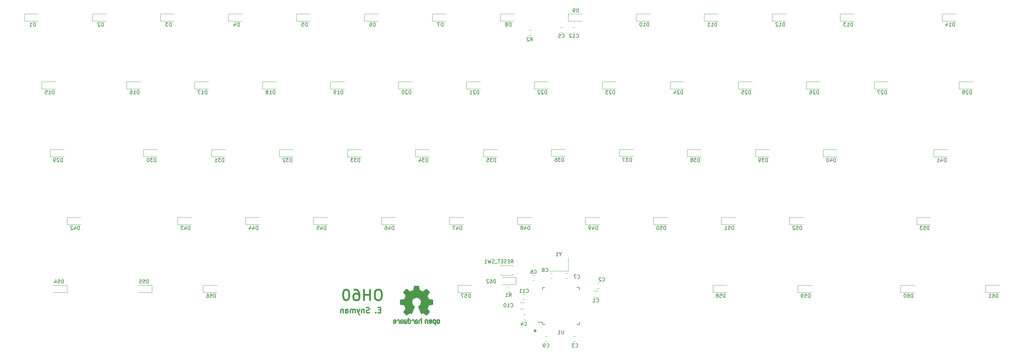
<source format=gbo>
G04 #@! TF.GenerationSoftware,KiCad,Pcbnew,5.0.1*
G04 #@! TF.CreationDate,2018-12-19T22:22:27+02:00*
G04 #@! TF.ProjectId,OH60,4F4836302E6B696361645F7063620000,rev?*
G04 #@! TF.SameCoordinates,Original*
G04 #@! TF.FileFunction,Legend,Bot*
G04 #@! TF.FilePolarity,Positive*
%FSLAX46Y46*%
G04 Gerber Fmt 4.6, Leading zero omitted, Abs format (unit mm)*
G04 Created by KiCad (PCBNEW 5.0.1) date Wed 19 Dec 2018 22:22:27 SAST*
%MOMM*%
%LPD*%
G01*
G04 APERTURE LIST*
%ADD10C,0.300000*%
%ADD11C,0.500000*%
%ADD12C,0.200000*%
%ADD13C,0.120000*%
%ADD14C,0.150000*%
%ADD15C,0.010000*%
G04 APERTURE END LIST*
D10*
X137524428Y-113176857D02*
X137024428Y-113176857D01*
X136810142Y-113962571D02*
X137524428Y-113962571D01*
X137524428Y-112462571D01*
X136810142Y-112462571D01*
X136167285Y-113819714D02*
X136095857Y-113891142D01*
X136167285Y-113962571D01*
X136238714Y-113891142D01*
X136167285Y-113819714D01*
X136167285Y-113962571D01*
X134381571Y-113891142D02*
X134167285Y-113962571D01*
X133810142Y-113962571D01*
X133667285Y-113891142D01*
X133595857Y-113819714D01*
X133524428Y-113676857D01*
X133524428Y-113534000D01*
X133595857Y-113391142D01*
X133667285Y-113319714D01*
X133810142Y-113248285D01*
X134095857Y-113176857D01*
X134238714Y-113105428D01*
X134310142Y-113034000D01*
X134381571Y-112891142D01*
X134381571Y-112748285D01*
X134310142Y-112605428D01*
X134238714Y-112534000D01*
X134095857Y-112462571D01*
X133738714Y-112462571D01*
X133524428Y-112534000D01*
X132881571Y-112962571D02*
X132881571Y-113962571D01*
X132881571Y-113105428D02*
X132810142Y-113034000D01*
X132667285Y-112962571D01*
X132453000Y-112962571D01*
X132310142Y-113034000D01*
X132238714Y-113176857D01*
X132238714Y-113962571D01*
X131667285Y-112962571D02*
X131310142Y-113962571D01*
X130953000Y-112962571D02*
X131310142Y-113962571D01*
X131453000Y-114319714D01*
X131524428Y-114391142D01*
X131667285Y-114462571D01*
X130381571Y-113962571D02*
X130381571Y-112962571D01*
X130381571Y-113105428D02*
X130310142Y-113034000D01*
X130167285Y-112962571D01*
X129953000Y-112962571D01*
X129810142Y-113034000D01*
X129738714Y-113176857D01*
X129738714Y-113962571D01*
X129738714Y-113176857D02*
X129667285Y-113034000D01*
X129524428Y-112962571D01*
X129310142Y-112962571D01*
X129167285Y-113034000D01*
X129095857Y-113176857D01*
X129095857Y-113962571D01*
X127738714Y-113962571D02*
X127738714Y-113176857D01*
X127810142Y-113034000D01*
X127953000Y-112962571D01*
X128238714Y-112962571D01*
X128381571Y-113034000D01*
X127738714Y-113891142D02*
X127881571Y-113962571D01*
X128238714Y-113962571D01*
X128381571Y-113891142D01*
X128453000Y-113748285D01*
X128453000Y-113605428D01*
X128381571Y-113462571D01*
X128238714Y-113391142D01*
X127881571Y-113391142D01*
X127738714Y-113319714D01*
X127024428Y-112962571D02*
X127024428Y-113962571D01*
X127024428Y-113105428D02*
X126953000Y-113034000D01*
X126810142Y-112962571D01*
X126595857Y-112962571D01*
X126453000Y-113034000D01*
X126381571Y-113176857D01*
X126381571Y-113962571D01*
D11*
X137175285Y-107450142D02*
X136603857Y-107450142D01*
X136318142Y-107593000D01*
X136032428Y-107878714D01*
X135889571Y-108450142D01*
X135889571Y-109450142D01*
X136032428Y-110021571D01*
X136318142Y-110307285D01*
X136603857Y-110450142D01*
X137175285Y-110450142D01*
X137461000Y-110307285D01*
X137746714Y-110021571D01*
X137889571Y-109450142D01*
X137889571Y-108450142D01*
X137746714Y-107878714D01*
X137461000Y-107593000D01*
X137175285Y-107450142D01*
X134603857Y-110450142D02*
X134603857Y-107450142D01*
X134603857Y-108878714D02*
X132889571Y-108878714D01*
X132889571Y-110450142D02*
X132889571Y-107450142D01*
X130175285Y-107450142D02*
X130746714Y-107450142D01*
X131032428Y-107593000D01*
X131175285Y-107735857D01*
X131461000Y-108164428D01*
X131603857Y-108735857D01*
X131603857Y-109878714D01*
X131461000Y-110164428D01*
X131318142Y-110307285D01*
X131032428Y-110450142D01*
X130461000Y-110450142D01*
X130175285Y-110307285D01*
X130032428Y-110164428D01*
X129889571Y-109878714D01*
X129889571Y-109164428D01*
X130032428Y-108878714D01*
X130175285Y-108735857D01*
X130461000Y-108593000D01*
X131032428Y-108593000D01*
X131318142Y-108735857D01*
X131461000Y-108878714D01*
X131603857Y-109164428D01*
X128032428Y-107450142D02*
X127746714Y-107450142D01*
X127461000Y-107593000D01*
X127318142Y-107735857D01*
X127175285Y-108021571D01*
X127032428Y-108593000D01*
X127032428Y-109307285D01*
X127175285Y-109878714D01*
X127318142Y-110164428D01*
X127461000Y-110307285D01*
X127746714Y-110450142D01*
X128032428Y-110450142D01*
X128318142Y-110307285D01*
X128461000Y-110164428D01*
X128603857Y-109878714D01*
X128746714Y-109307285D01*
X128746714Y-108593000D01*
X128603857Y-108021571D01*
X128461000Y-107735857D01*
X128318142Y-107593000D01*
X128032428Y-107450142D01*
D12*
X181131981Y-118999000D02*
G75*
G03X181131981Y-118999000I-283981J0D01*
G01*
X180975000Y-118999000D02*
G75*
G03X180975000Y-118999000I-127000J0D01*
G01*
D13*
G04 #@! TO.C,C8*
X185600078Y-102795000D02*
X185082922Y-102795000D01*
X185600078Y-104215000D02*
X185082922Y-104215000D01*
G04 #@! TO.C,C11*
X177980078Y-110184000D02*
X177462922Y-110184000D01*
X177980078Y-108764000D02*
X177462922Y-108764000D01*
G04 #@! TO.C,C12*
X191462922Y-35254000D02*
X191980078Y-35254000D01*
X191462922Y-33834000D02*
X191980078Y-33834000D01*
G04 #@! TO.C,C10*
X177764064Y-111104000D02*
X176559936Y-111104000D01*
X177764064Y-112924000D02*
X176559936Y-112924000D01*
G04 #@! TO.C,RESET_SW1*
X174497000Y-103081000D02*
X174497000Y-103381000D01*
X174497000Y-103381000D02*
X171197000Y-103381000D01*
X171197000Y-103381000D02*
X171197000Y-103081000D01*
X174497000Y-100881000D02*
X174497000Y-100581000D01*
X174497000Y-100581000D02*
X171197000Y-100581000D01*
X171197000Y-100581000D02*
X171197000Y-100881000D01*
G04 #@! TO.C,C7*
X189430922Y-102795000D02*
X189948078Y-102795000D01*
X189430922Y-104215000D02*
X189948078Y-104215000D01*
G04 #@! TO.C,C9*
X184203078Y-120575000D02*
X183685922Y-120575000D01*
X184203078Y-121995000D02*
X183685922Y-121995000D01*
G04 #@! TO.C,R2*
X179661078Y-34596000D02*
X179143922Y-34596000D01*
X179661078Y-36016000D02*
X179143922Y-36016000D01*
G04 #@! TO.C,C2*
X198193922Y-107136000D02*
X198711078Y-107136000D01*
X198193922Y-105716000D02*
X198711078Y-105716000D01*
G04 #@! TO.C,C3*
X192077078Y-121995000D02*
X191559922Y-121995000D01*
X192077078Y-120575000D02*
X191559922Y-120575000D01*
G04 #@! TO.C,C4*
X178058578Y-114479000D02*
X177541422Y-114479000D01*
X178058578Y-115899000D02*
X177541422Y-115899000D01*
G04 #@! TO.C,C5*
X188472578Y-35254000D02*
X187955422Y-35254000D01*
X188472578Y-33834000D02*
X187955422Y-33834000D01*
G04 #@! TO.C,C6*
X180647078Y-103430000D02*
X180129922Y-103430000D01*
X180647078Y-104850000D02*
X180129922Y-104850000D01*
G04 #@! TO.C,C1*
X197263936Y-107802000D02*
X198468064Y-107802000D01*
X197263936Y-109622000D02*
X198468064Y-109622000D01*
G04 #@! TO.C,Y1*
X190101000Y-98496000D02*
X190101000Y-102196000D01*
X190101000Y-102196000D02*
X184801000Y-102196000D01*
G04 #@! TO.C,D62*
X175479000Y-104029000D02*
X175479000Y-106029000D01*
X175479000Y-106029000D02*
X171579000Y-106029000D01*
X175479000Y-104029000D02*
X171579000Y-104029000D01*
D14*
G04 #@! TO.C,U1*
X182912000Y-117189000D02*
X182912000Y-116614000D01*
X193262000Y-117189000D02*
X193262000Y-116514000D01*
X193262000Y-106839000D02*
X193262000Y-107514000D01*
X182912000Y-106839000D02*
X182912000Y-107514000D01*
X182912000Y-117189000D02*
X183587000Y-117189000D01*
X182912000Y-106839000D02*
X183587000Y-106839000D01*
X193262000Y-106839000D02*
X192587000Y-106839000D01*
X193262000Y-117189000D02*
X192587000Y-117189000D01*
X182912000Y-116614000D02*
X181637000Y-116614000D01*
D13*
G04 #@! TO.C,R1*
X173613578Y-106605000D02*
X173096422Y-106605000D01*
X173613578Y-108025000D02*
X173096422Y-108025000D01*
G04 #@! TO.C,D3*
X75850000Y-32000000D02*
X79750000Y-32000000D01*
X75850000Y-30000000D02*
X79750000Y-30000000D01*
X75850000Y-32000000D02*
X75850000Y-30000000D01*
G04 #@! TO.C,D4*
X94900000Y-32000000D02*
X94900000Y-30000000D01*
X94900000Y-30000000D02*
X98800000Y-30000000D01*
X94900000Y-32000000D02*
X98800000Y-32000000D01*
G04 #@! TO.C,D5*
X113950000Y-32000000D02*
X117850000Y-32000000D01*
X113950000Y-30000000D02*
X117850000Y-30000000D01*
X113950000Y-32000000D02*
X113950000Y-30000000D01*
G04 #@! TO.C,D6*
X133000000Y-32000000D02*
X133000000Y-30000000D01*
X133000000Y-30000000D02*
X136900000Y-30000000D01*
X133000000Y-32000000D02*
X136900000Y-32000000D01*
G04 #@! TO.C,D7*
X152050000Y-32000000D02*
X155950000Y-32000000D01*
X152050000Y-30000000D02*
X155950000Y-30000000D01*
X152050000Y-32000000D02*
X152050000Y-30000000D01*
G04 #@! TO.C,D8*
X171100000Y-32000000D02*
X171100000Y-30000000D01*
X171100000Y-30000000D02*
X175000000Y-30000000D01*
X171100000Y-32000000D02*
X175000000Y-32000000D01*
G04 #@! TO.C,D9*
X190150000Y-32000000D02*
X194050000Y-32000000D01*
X190150000Y-30000000D02*
X194050000Y-30000000D01*
X190150000Y-32000000D02*
X190150000Y-30000000D01*
G04 #@! TO.C,D10*
X209200000Y-32000000D02*
X209200000Y-30000000D01*
X209200000Y-30000000D02*
X213100000Y-30000000D01*
X209200000Y-32000000D02*
X213100000Y-32000000D01*
G04 #@! TO.C,D11*
X228250000Y-32000000D02*
X232150000Y-32000000D01*
X228250000Y-30000000D02*
X232150000Y-30000000D01*
X228250000Y-32000000D02*
X228250000Y-30000000D01*
G04 #@! TO.C,D12*
X247300000Y-32000000D02*
X247300000Y-30000000D01*
X247300000Y-30000000D02*
X251200000Y-30000000D01*
X247300000Y-32000000D02*
X251200000Y-32000000D01*
G04 #@! TO.C,D13*
X266350000Y-32000000D02*
X270250000Y-32000000D01*
X266350000Y-30000000D02*
X270250000Y-30000000D01*
X266350000Y-32000000D02*
X266350000Y-30000000D01*
G04 #@! TO.C,D14*
X294925000Y-32000000D02*
X294925000Y-30000000D01*
X294925000Y-30000000D02*
X298825000Y-30000000D01*
X294925000Y-32000000D02*
X298825000Y-32000000D01*
G04 #@! TO.C,D15*
X42512500Y-51050000D02*
X46412500Y-51050000D01*
X42512500Y-49050000D02*
X46412500Y-49050000D01*
X42512500Y-51050000D02*
X42512500Y-49050000D01*
G04 #@! TO.C,D32*
X109187500Y-70100000D02*
X109187500Y-68100000D01*
X109187500Y-68100000D02*
X113087500Y-68100000D01*
X109187500Y-70100000D02*
X113087500Y-70100000D01*
G04 #@! TO.C,D2*
X56800000Y-32000000D02*
X60700000Y-32000000D01*
X56800000Y-30000000D02*
X60700000Y-30000000D01*
X56800000Y-32000000D02*
X56800000Y-30000000D01*
G04 #@! TO.C,D18*
X104425000Y-51050000D02*
X104425000Y-49050000D01*
X104425000Y-49050000D02*
X108325000Y-49050000D01*
X104425000Y-51050000D02*
X108325000Y-51050000D01*
G04 #@! TO.C,D19*
X123475000Y-51050000D02*
X127375000Y-51050000D01*
X123475000Y-49050000D02*
X127375000Y-49050000D01*
X123475000Y-51050000D02*
X123475000Y-49050000D01*
G04 #@! TO.C,D20*
X142525000Y-51050000D02*
X142525000Y-49050000D01*
X142525000Y-49050000D02*
X146425000Y-49050000D01*
X142525000Y-51050000D02*
X146425000Y-51050000D01*
G04 #@! TO.C,D21*
X161575000Y-51050000D02*
X165475000Y-51050000D01*
X161575000Y-49050000D02*
X165475000Y-49050000D01*
X161575000Y-51050000D02*
X161575000Y-49050000D01*
G04 #@! TO.C,D22*
X180625000Y-51050000D02*
X180625000Y-49050000D01*
X180625000Y-49050000D02*
X184525000Y-49050000D01*
X180625000Y-51050000D02*
X184525000Y-51050000D01*
G04 #@! TO.C,D23*
X199675000Y-51050000D02*
X203575000Y-51050000D01*
X199675000Y-49050000D02*
X203575000Y-49050000D01*
X199675000Y-51050000D02*
X199675000Y-49050000D01*
G04 #@! TO.C,D24*
X218725000Y-51050000D02*
X218725000Y-49050000D01*
X218725000Y-49050000D02*
X222625000Y-49050000D01*
X218725000Y-51050000D02*
X222625000Y-51050000D01*
G04 #@! TO.C,D25*
X237775000Y-51050000D02*
X241675000Y-51050000D01*
X237775000Y-49050000D02*
X241675000Y-49050000D01*
X237775000Y-51050000D02*
X237775000Y-49050000D01*
G04 #@! TO.C,D26*
X256825000Y-51050000D02*
X256825000Y-49050000D01*
X256825000Y-49050000D02*
X260725000Y-49050000D01*
X256825000Y-51050000D02*
X260725000Y-51050000D01*
G04 #@! TO.C,D27*
X275875000Y-51050000D02*
X279775000Y-51050000D01*
X275875000Y-49050000D02*
X279775000Y-49050000D01*
X275875000Y-51050000D02*
X275875000Y-49050000D01*
G04 #@! TO.C,D28*
X299687500Y-51050000D02*
X299687500Y-49050000D01*
X299687500Y-49050000D02*
X303587500Y-49050000D01*
X299687500Y-51050000D02*
X303587500Y-51050000D01*
G04 #@! TO.C,D29*
X44893750Y-70100000D02*
X48793750Y-70100000D01*
X44893750Y-68100000D02*
X48793750Y-68100000D01*
X44893750Y-70100000D02*
X44893750Y-68100000D01*
G04 #@! TO.C,D30*
X71087500Y-70100000D02*
X71087500Y-68100000D01*
X71087500Y-68100000D02*
X74987500Y-68100000D01*
X71087500Y-70100000D02*
X74987500Y-70100000D01*
G04 #@! TO.C,D31*
X90137500Y-70100000D02*
X94037500Y-70100000D01*
X90137500Y-68100000D02*
X94037500Y-68100000D01*
X90137500Y-70100000D02*
X90137500Y-68100000D01*
G04 #@! TO.C,D16*
X66325000Y-51050000D02*
X66325000Y-49050000D01*
X66325000Y-49050000D02*
X70225000Y-49050000D01*
X66325000Y-51050000D02*
X70225000Y-51050000D01*
G04 #@! TO.C,D17*
X85375000Y-51050000D02*
X89275000Y-51050000D01*
X85375000Y-49050000D02*
X89275000Y-49050000D01*
X85375000Y-51050000D02*
X85375000Y-49050000D01*
G04 #@! TO.C,D33*
X128237500Y-70100000D02*
X128237500Y-68100000D01*
X128237500Y-68100000D02*
X132137500Y-68100000D01*
X128237500Y-70100000D02*
X132137500Y-70100000D01*
G04 #@! TO.C,D34*
X147287500Y-70100000D02*
X151187500Y-70100000D01*
X147287500Y-68100000D02*
X151187500Y-68100000D01*
X147287500Y-70100000D02*
X147287500Y-68100000D01*
G04 #@! TO.C,D35*
X166337500Y-70100000D02*
X166337500Y-68100000D01*
X166337500Y-68100000D02*
X170237500Y-68100000D01*
X166337500Y-70100000D02*
X170237500Y-70100000D01*
G04 #@! TO.C,D36*
X185387500Y-70000000D02*
X189287500Y-70000000D01*
X185387500Y-68000000D02*
X189287500Y-68000000D01*
X185387500Y-70000000D02*
X185387500Y-68000000D01*
G04 #@! TO.C,D37*
X204437500Y-70000000D02*
X204437500Y-68000000D01*
X204437500Y-68000000D02*
X208337500Y-68000000D01*
X204437500Y-70000000D02*
X208337500Y-70000000D01*
G04 #@! TO.C,D38*
X223487500Y-70100000D02*
X227387500Y-70100000D01*
X223487500Y-68100000D02*
X227387500Y-68100000D01*
X223487500Y-70100000D02*
X223487500Y-68100000D01*
G04 #@! TO.C,D39*
X242537500Y-70100000D02*
X242537500Y-68100000D01*
X242537500Y-68100000D02*
X246437500Y-68100000D01*
X242537500Y-70100000D02*
X246437500Y-70100000D01*
G04 #@! TO.C,D40*
X261587500Y-70100000D02*
X265487500Y-70100000D01*
X261587500Y-68100000D02*
X265487500Y-68100000D01*
X261587500Y-70100000D02*
X261587500Y-68100000D01*
G04 #@! TO.C,D41*
X292543750Y-70100000D02*
X292543750Y-68100000D01*
X292543750Y-68100000D02*
X296443750Y-68100000D01*
X292543750Y-70100000D02*
X296443750Y-70100000D01*
G04 #@! TO.C,D42*
X49656250Y-89150000D02*
X53556250Y-89150000D01*
X49656250Y-87150000D02*
X53556250Y-87150000D01*
X49656250Y-89150000D02*
X49656250Y-87150000D01*
G04 #@! TO.C,D44*
X99662500Y-89150000D02*
X99662500Y-87150000D01*
X99662500Y-87150000D02*
X103562500Y-87150000D01*
X99662500Y-89150000D02*
X103562500Y-89150000D01*
G04 #@! TO.C,D45*
X118712500Y-89150000D02*
X122612500Y-89150000D01*
X118712500Y-87150000D02*
X122612500Y-87150000D01*
X118712500Y-89150000D02*
X118712500Y-87150000D01*
G04 #@! TO.C,D46*
X137762500Y-89150000D02*
X137762500Y-87150000D01*
X137762500Y-87150000D02*
X141662500Y-87150000D01*
X137762500Y-89150000D02*
X141662500Y-89150000D01*
G04 #@! TO.C,D1*
X37750000Y-32000000D02*
X41650000Y-32000000D01*
X37750000Y-30000000D02*
X41650000Y-30000000D01*
X37750000Y-32000000D02*
X37750000Y-30000000D01*
G04 #@! TO.C,D47*
X156812500Y-89150000D02*
X156812500Y-87150000D01*
X156812500Y-87150000D02*
X160712500Y-87150000D01*
X156812500Y-89150000D02*
X160712500Y-89150000D01*
G04 #@! TO.C,D61*
X307068750Y-108200000D02*
X310968750Y-108200000D01*
X307068750Y-106200000D02*
X310968750Y-106200000D01*
X307068750Y-108200000D02*
X307068750Y-106200000D01*
G04 #@! TO.C,D60*
X283256250Y-108200000D02*
X283256250Y-106200000D01*
X283256250Y-106200000D02*
X287156250Y-106200000D01*
X283256250Y-108200000D02*
X287156250Y-108200000D01*
G04 #@! TO.C,D59*
X254443750Y-108200000D02*
X258343750Y-108200000D01*
X254443750Y-106200000D02*
X258343750Y-106200000D01*
X254443750Y-108200000D02*
X254443750Y-106200000D01*
G04 #@! TO.C,D58*
X230631250Y-108200000D02*
X230631250Y-106200000D01*
X230631250Y-106200000D02*
X234531250Y-106200000D01*
X230631250Y-108200000D02*
X234531250Y-108200000D01*
G04 #@! TO.C,D57*
X159193750Y-108200000D02*
X163093750Y-108200000D01*
X159193750Y-106200000D02*
X163093750Y-106200000D01*
X159193750Y-108200000D02*
X159193750Y-106200000D01*
G04 #@! TO.C,D56*
X87756250Y-108200000D02*
X87756250Y-106200000D01*
X87756250Y-106200000D02*
X91656250Y-106200000D01*
X87756250Y-108200000D02*
X91656250Y-108200000D01*
G04 #@! TO.C,D55*
X73443750Y-106200000D02*
X69543750Y-106200000D01*
X73443750Y-108200000D02*
X69543750Y-108200000D01*
X73443750Y-106200000D02*
X73443750Y-108200000D01*
G04 #@! TO.C,D54*
X49631250Y-106200000D02*
X49631250Y-108200000D01*
X49631250Y-108200000D02*
X45731250Y-108200000D01*
X49631250Y-106200000D02*
X45731250Y-106200000D01*
G04 #@! TO.C,D53*
X287781250Y-89150000D02*
X291681250Y-89150000D01*
X287781250Y-87150000D02*
X291681250Y-87150000D01*
X287781250Y-89150000D02*
X287781250Y-87150000D01*
G04 #@! TO.C,D52*
X252062500Y-89150000D02*
X252062500Y-87150000D01*
X252062500Y-87150000D02*
X255962500Y-87150000D01*
X252062500Y-89150000D02*
X255962500Y-89150000D01*
G04 #@! TO.C,D51*
X233012500Y-89150000D02*
X236912500Y-89150000D01*
X233012500Y-87150000D02*
X236912500Y-87150000D01*
X233012500Y-89150000D02*
X233012500Y-87150000D01*
G04 #@! TO.C,D50*
X213962500Y-89150000D02*
X213962500Y-87150000D01*
X213962500Y-87150000D02*
X217862500Y-87150000D01*
X213962500Y-89150000D02*
X217862500Y-89150000D01*
G04 #@! TO.C,D49*
X194912500Y-89150000D02*
X198812500Y-89150000D01*
X194912500Y-87150000D02*
X198812500Y-87150000D01*
X194912500Y-89150000D02*
X194912500Y-87150000D01*
G04 #@! TO.C,D48*
X175862500Y-89150000D02*
X175862500Y-87150000D01*
X175862500Y-87150000D02*
X179762500Y-87150000D01*
X175862500Y-89150000D02*
X179762500Y-89150000D01*
G04 #@! TO.C,D43*
X80612500Y-89150000D02*
X84512500Y-89150000D01*
X80612500Y-87150000D02*
X84512500Y-87150000D01*
X80612500Y-89150000D02*
X80612500Y-87150000D01*
D15*
G04 #@! TO.C,REF\002A\002A*
G36*
X147364986Y-106339998D02*
X147206994Y-106340863D01*
X147092653Y-106343205D01*
X147014593Y-106347762D01*
X146965446Y-106355270D01*
X146937841Y-106366466D01*
X146924408Y-106382088D01*
X146917779Y-106402873D01*
X146917135Y-106405563D01*
X146907065Y-106454113D01*
X146888425Y-106549905D01*
X146863155Y-106682743D01*
X146833193Y-106842431D01*
X146800478Y-107018774D01*
X146799336Y-107024967D01*
X146766567Y-107197782D01*
X146735907Y-107350469D01*
X146709336Y-107473871D01*
X146688833Y-107558831D01*
X146676374Y-107596190D01*
X146675780Y-107596852D01*
X146639081Y-107615095D01*
X146563414Y-107645497D01*
X146465122Y-107681493D01*
X146464575Y-107681685D01*
X146340767Y-107728222D01*
X146194804Y-107787504D01*
X146057219Y-107847109D01*
X146050707Y-107850056D01*
X145826610Y-107951765D01*
X145330381Y-107612897D01*
X145178154Y-107509592D01*
X145040259Y-107417237D01*
X144924685Y-107341084D01*
X144839421Y-107286385D01*
X144792456Y-107258393D01*
X144787996Y-107256317D01*
X144753866Y-107265560D01*
X144690119Y-107310156D01*
X144594269Y-107392209D01*
X144463831Y-107513821D01*
X144330672Y-107643205D01*
X144202306Y-107770702D01*
X144087419Y-107887046D01*
X143992927Y-107985052D01*
X143925747Y-108057536D01*
X143892794Y-108097313D01*
X143891568Y-108099361D01*
X143887926Y-108126656D01*
X143901650Y-108171234D01*
X143936131Y-108239112D01*
X143994761Y-108336311D01*
X144080930Y-108468851D01*
X144195800Y-108639476D01*
X144297746Y-108789655D01*
X144388877Y-108924350D01*
X144463927Y-109035740D01*
X144517631Y-109116005D01*
X144544720Y-109157325D01*
X144546426Y-109160130D01*
X144543118Y-109199721D01*
X144518047Y-109276669D01*
X144476202Y-109376432D01*
X144461288Y-109408291D01*
X144396214Y-109550226D01*
X144326788Y-109711273D01*
X144270391Y-109850621D01*
X144229753Y-109954044D01*
X144197474Y-110032642D01*
X144178822Y-110073720D01*
X144176503Y-110076885D01*
X144142197Y-110082128D01*
X144061331Y-110096494D01*
X143944657Y-110117937D01*
X143802925Y-110144413D01*
X143646890Y-110173877D01*
X143487302Y-110204283D01*
X143334915Y-110233588D01*
X143200479Y-110259745D01*
X143094748Y-110280710D01*
X143028474Y-110294439D01*
X143012218Y-110298320D01*
X142995427Y-110307900D01*
X142982751Y-110329536D01*
X142973622Y-110370531D01*
X142967469Y-110438189D01*
X142963720Y-110539812D01*
X142961808Y-110682703D01*
X142961160Y-110874165D01*
X142961126Y-110952645D01*
X142961126Y-111590906D01*
X143114402Y-111621160D01*
X143199678Y-111637564D01*
X143326930Y-111661509D01*
X143480685Y-111690107D01*
X143645466Y-111720467D01*
X143691011Y-111728806D01*
X143843068Y-111758370D01*
X143975532Y-111787442D01*
X144077286Y-111813329D01*
X144137212Y-111833337D01*
X144147195Y-111839301D01*
X144171707Y-111881534D01*
X144206852Y-111963370D01*
X144245827Y-112068683D01*
X144253558Y-112091368D01*
X144304640Y-112232018D01*
X144368046Y-112390714D01*
X144430096Y-112533225D01*
X144430402Y-112533886D01*
X144533733Y-112757440D01*
X143854039Y-113757232D01*
X144290379Y-114194300D01*
X144422351Y-114324381D01*
X144542721Y-114439048D01*
X144644727Y-114532181D01*
X144721609Y-114597658D01*
X144766607Y-114629357D01*
X144773062Y-114631368D01*
X144810960Y-114615529D01*
X144888292Y-114571496D01*
X144996611Y-114504490D01*
X145127468Y-114419734D01*
X145268948Y-114324816D01*
X145412539Y-114227998D01*
X145540565Y-114143751D01*
X145644895Y-114077258D01*
X145717400Y-114033702D01*
X145749842Y-114018264D01*
X145789424Y-114031328D01*
X145864481Y-114065750D01*
X145959532Y-114114380D01*
X145969608Y-114119785D01*
X146097609Y-114183980D01*
X146185382Y-114215463D01*
X146239972Y-114215798D01*
X146268425Y-114186548D01*
X146268590Y-114186138D01*
X146282812Y-114151498D01*
X146316731Y-114069269D01*
X146367716Y-113945814D01*
X146433138Y-113787498D01*
X146510366Y-113600686D01*
X146596771Y-113391742D01*
X146680449Y-113189446D01*
X146772412Y-112966200D01*
X146856850Y-112759392D01*
X146931231Y-112575362D01*
X146993026Y-112420451D01*
X147039703Y-112300996D01*
X147068732Y-112223339D01*
X147077678Y-112194356D01*
X147055244Y-112161110D01*
X146996561Y-112108123D01*
X146918311Y-112049704D01*
X146695466Y-111864952D01*
X146521282Y-111653182D01*
X146397846Y-111418856D01*
X146327246Y-111166434D01*
X146311569Y-110900377D01*
X146322964Y-110777575D01*
X146385050Y-110522793D01*
X146491977Y-110297801D01*
X146637111Y-110104817D01*
X146813822Y-109946061D01*
X147015478Y-109823750D01*
X147235446Y-109740105D01*
X147467094Y-109697344D01*
X147703791Y-109697687D01*
X147938905Y-109743352D01*
X148165804Y-109836559D01*
X148377856Y-109979527D01*
X148466364Y-110060383D01*
X148636111Y-110268007D01*
X148754301Y-110494895D01*
X148821722Y-110734433D01*
X148839160Y-110980007D01*
X148807402Y-111225003D01*
X148727235Y-111462808D01*
X148599445Y-111686807D01*
X148424820Y-111890387D01*
X148229688Y-112049704D01*
X148148409Y-112110602D01*
X148090991Y-112163015D01*
X148070322Y-112194406D01*
X148081144Y-112228639D01*
X148111923Y-112310419D01*
X148160126Y-112433407D01*
X148223222Y-112591263D01*
X148298678Y-112777649D01*
X148383962Y-112986226D01*
X148467781Y-113189496D01*
X148560255Y-113412933D01*
X148645911Y-113619984D01*
X148722118Y-113804286D01*
X148786247Y-113959475D01*
X148835668Y-114079188D01*
X148867752Y-114157061D01*
X148879641Y-114186138D01*
X148907726Y-114215677D01*
X148962051Y-114215591D01*
X149049605Y-114184326D01*
X149177381Y-114120329D01*
X149178392Y-114119785D01*
X149274598Y-114070121D01*
X149352369Y-114033945D01*
X149396223Y-114018408D01*
X149398158Y-114018264D01*
X149431171Y-114034024D01*
X149504054Y-114077850D01*
X149608678Y-114144557D01*
X149736910Y-114228964D01*
X149879052Y-114324816D01*
X150023767Y-114421867D01*
X150154196Y-114506270D01*
X150261890Y-114572801D01*
X150338402Y-114616238D01*
X150374938Y-114631368D01*
X150408582Y-114611482D01*
X150476224Y-114555903D01*
X150571107Y-114470754D01*
X150686470Y-114362153D01*
X150815555Y-114236221D01*
X150857771Y-114194149D01*
X151294261Y-113756931D01*
X150962023Y-113269340D01*
X150861054Y-113119605D01*
X150772438Y-112985220D01*
X150701146Y-112873969D01*
X150652150Y-112793639D01*
X150630422Y-112752014D01*
X150629785Y-112749053D01*
X150641240Y-112709818D01*
X150672051Y-112630895D01*
X150716884Y-112525509D01*
X150748353Y-112454954D01*
X150807192Y-112319876D01*
X150862604Y-112183409D01*
X150905564Y-112068103D01*
X150917234Y-112032977D01*
X150950389Y-111939174D01*
X150982799Y-111866694D01*
X151000601Y-111839301D01*
X151039886Y-111822536D01*
X151125626Y-111798770D01*
X151246697Y-111770697D01*
X151391973Y-111741009D01*
X151456988Y-111728806D01*
X151622087Y-111698468D01*
X151780448Y-111669093D01*
X151916596Y-111643569D01*
X152015057Y-111624785D01*
X152033598Y-111621160D01*
X152186873Y-111590906D01*
X152186873Y-110952645D01*
X152186529Y-110742770D01*
X152185116Y-110583980D01*
X152182064Y-110468973D01*
X152176803Y-110390446D01*
X152168763Y-110341096D01*
X152157373Y-110313619D01*
X152142063Y-110300713D01*
X152135782Y-110298320D01*
X152097896Y-110289833D01*
X152014195Y-110272900D01*
X151895433Y-110249566D01*
X151752361Y-110221875D01*
X151595732Y-110191873D01*
X151436297Y-110161604D01*
X151284809Y-110133115D01*
X151152019Y-110108449D01*
X151048681Y-110089651D01*
X150985545Y-110078767D01*
X150971497Y-110076885D01*
X150958770Y-110051704D01*
X150930600Y-109984622D01*
X150892252Y-109888333D01*
X150877609Y-109850621D01*
X150818548Y-109704921D01*
X150749000Y-109543951D01*
X150686712Y-109408291D01*
X150640879Y-109304561D01*
X150610387Y-109219326D01*
X150600208Y-109167126D01*
X150601831Y-109160130D01*
X150623343Y-109127102D01*
X150672465Y-109053643D01*
X150743923Y-108947577D01*
X150832445Y-108816726D01*
X150932759Y-108668912D01*
X150952594Y-108639734D01*
X151068988Y-108466863D01*
X151154548Y-108335226D01*
X151212684Y-108238761D01*
X151246808Y-108171408D01*
X151260331Y-108127106D01*
X151256664Y-108099794D01*
X151256570Y-108099620D01*
X151227707Y-108063746D01*
X151163867Y-107994391D01*
X151071969Y-107898745D01*
X150958933Y-107783999D01*
X150831679Y-107657341D01*
X150817328Y-107643205D01*
X150656957Y-107487903D01*
X150533195Y-107373870D01*
X150443555Y-107299002D01*
X150385552Y-107261196D01*
X150360004Y-107256317D01*
X150322718Y-107277603D01*
X150245343Y-107326773D01*
X150135867Y-107398575D01*
X150002280Y-107487755D01*
X149852570Y-107589063D01*
X149817618Y-107612897D01*
X149321390Y-107951765D01*
X149097293Y-107850056D01*
X148961011Y-107790783D01*
X148814724Y-107731170D01*
X148688965Y-107683640D01*
X148683425Y-107681685D01*
X148585057Y-107645677D01*
X148509229Y-107615229D01*
X148472282Y-107596905D01*
X148472220Y-107596852D01*
X148460496Y-107563729D01*
X148440568Y-107482267D01*
X148414413Y-107361625D01*
X148384010Y-107210959D01*
X148351337Y-107039428D01*
X148348664Y-107024967D01*
X148315890Y-106848235D01*
X148285802Y-106687810D01*
X148260339Y-106553888D01*
X148241441Y-106456663D01*
X148231047Y-106406332D01*
X148230865Y-106405563D01*
X148224539Y-106384153D01*
X148212239Y-106367988D01*
X148186594Y-106356331D01*
X148140235Y-106348445D01*
X148065792Y-106343593D01*
X147955895Y-106341039D01*
X147803175Y-106340045D01*
X147600262Y-106339874D01*
X147574000Y-106339874D01*
X147364986Y-106339998D01*
X147364986Y-106339998D01*
G37*
X147364986Y-106339998D02*
X147206994Y-106340863D01*
X147092653Y-106343205D01*
X147014593Y-106347762D01*
X146965446Y-106355270D01*
X146937841Y-106366466D01*
X146924408Y-106382088D01*
X146917779Y-106402873D01*
X146917135Y-106405563D01*
X146907065Y-106454113D01*
X146888425Y-106549905D01*
X146863155Y-106682743D01*
X146833193Y-106842431D01*
X146800478Y-107018774D01*
X146799336Y-107024967D01*
X146766567Y-107197782D01*
X146735907Y-107350469D01*
X146709336Y-107473871D01*
X146688833Y-107558831D01*
X146676374Y-107596190D01*
X146675780Y-107596852D01*
X146639081Y-107615095D01*
X146563414Y-107645497D01*
X146465122Y-107681493D01*
X146464575Y-107681685D01*
X146340767Y-107728222D01*
X146194804Y-107787504D01*
X146057219Y-107847109D01*
X146050707Y-107850056D01*
X145826610Y-107951765D01*
X145330381Y-107612897D01*
X145178154Y-107509592D01*
X145040259Y-107417237D01*
X144924685Y-107341084D01*
X144839421Y-107286385D01*
X144792456Y-107258393D01*
X144787996Y-107256317D01*
X144753866Y-107265560D01*
X144690119Y-107310156D01*
X144594269Y-107392209D01*
X144463831Y-107513821D01*
X144330672Y-107643205D01*
X144202306Y-107770702D01*
X144087419Y-107887046D01*
X143992927Y-107985052D01*
X143925747Y-108057536D01*
X143892794Y-108097313D01*
X143891568Y-108099361D01*
X143887926Y-108126656D01*
X143901650Y-108171234D01*
X143936131Y-108239112D01*
X143994761Y-108336311D01*
X144080930Y-108468851D01*
X144195800Y-108639476D01*
X144297746Y-108789655D01*
X144388877Y-108924350D01*
X144463927Y-109035740D01*
X144517631Y-109116005D01*
X144544720Y-109157325D01*
X144546426Y-109160130D01*
X144543118Y-109199721D01*
X144518047Y-109276669D01*
X144476202Y-109376432D01*
X144461288Y-109408291D01*
X144396214Y-109550226D01*
X144326788Y-109711273D01*
X144270391Y-109850621D01*
X144229753Y-109954044D01*
X144197474Y-110032642D01*
X144178822Y-110073720D01*
X144176503Y-110076885D01*
X144142197Y-110082128D01*
X144061331Y-110096494D01*
X143944657Y-110117937D01*
X143802925Y-110144413D01*
X143646890Y-110173877D01*
X143487302Y-110204283D01*
X143334915Y-110233588D01*
X143200479Y-110259745D01*
X143094748Y-110280710D01*
X143028474Y-110294439D01*
X143012218Y-110298320D01*
X142995427Y-110307900D01*
X142982751Y-110329536D01*
X142973622Y-110370531D01*
X142967469Y-110438189D01*
X142963720Y-110539812D01*
X142961808Y-110682703D01*
X142961160Y-110874165D01*
X142961126Y-110952645D01*
X142961126Y-111590906D01*
X143114402Y-111621160D01*
X143199678Y-111637564D01*
X143326930Y-111661509D01*
X143480685Y-111690107D01*
X143645466Y-111720467D01*
X143691011Y-111728806D01*
X143843068Y-111758370D01*
X143975532Y-111787442D01*
X144077286Y-111813329D01*
X144137212Y-111833337D01*
X144147195Y-111839301D01*
X144171707Y-111881534D01*
X144206852Y-111963370D01*
X144245827Y-112068683D01*
X144253558Y-112091368D01*
X144304640Y-112232018D01*
X144368046Y-112390714D01*
X144430096Y-112533225D01*
X144430402Y-112533886D01*
X144533733Y-112757440D01*
X143854039Y-113757232D01*
X144290379Y-114194300D01*
X144422351Y-114324381D01*
X144542721Y-114439048D01*
X144644727Y-114532181D01*
X144721609Y-114597658D01*
X144766607Y-114629357D01*
X144773062Y-114631368D01*
X144810960Y-114615529D01*
X144888292Y-114571496D01*
X144996611Y-114504490D01*
X145127468Y-114419734D01*
X145268948Y-114324816D01*
X145412539Y-114227998D01*
X145540565Y-114143751D01*
X145644895Y-114077258D01*
X145717400Y-114033702D01*
X145749842Y-114018264D01*
X145789424Y-114031328D01*
X145864481Y-114065750D01*
X145959532Y-114114380D01*
X145969608Y-114119785D01*
X146097609Y-114183980D01*
X146185382Y-114215463D01*
X146239972Y-114215798D01*
X146268425Y-114186548D01*
X146268590Y-114186138D01*
X146282812Y-114151498D01*
X146316731Y-114069269D01*
X146367716Y-113945814D01*
X146433138Y-113787498D01*
X146510366Y-113600686D01*
X146596771Y-113391742D01*
X146680449Y-113189446D01*
X146772412Y-112966200D01*
X146856850Y-112759392D01*
X146931231Y-112575362D01*
X146993026Y-112420451D01*
X147039703Y-112300996D01*
X147068732Y-112223339D01*
X147077678Y-112194356D01*
X147055244Y-112161110D01*
X146996561Y-112108123D01*
X146918311Y-112049704D01*
X146695466Y-111864952D01*
X146521282Y-111653182D01*
X146397846Y-111418856D01*
X146327246Y-111166434D01*
X146311569Y-110900377D01*
X146322964Y-110777575D01*
X146385050Y-110522793D01*
X146491977Y-110297801D01*
X146637111Y-110104817D01*
X146813822Y-109946061D01*
X147015478Y-109823750D01*
X147235446Y-109740105D01*
X147467094Y-109697344D01*
X147703791Y-109697687D01*
X147938905Y-109743352D01*
X148165804Y-109836559D01*
X148377856Y-109979527D01*
X148466364Y-110060383D01*
X148636111Y-110268007D01*
X148754301Y-110494895D01*
X148821722Y-110734433D01*
X148839160Y-110980007D01*
X148807402Y-111225003D01*
X148727235Y-111462808D01*
X148599445Y-111686807D01*
X148424820Y-111890387D01*
X148229688Y-112049704D01*
X148148409Y-112110602D01*
X148090991Y-112163015D01*
X148070322Y-112194406D01*
X148081144Y-112228639D01*
X148111923Y-112310419D01*
X148160126Y-112433407D01*
X148223222Y-112591263D01*
X148298678Y-112777649D01*
X148383962Y-112986226D01*
X148467781Y-113189496D01*
X148560255Y-113412933D01*
X148645911Y-113619984D01*
X148722118Y-113804286D01*
X148786247Y-113959475D01*
X148835668Y-114079188D01*
X148867752Y-114157061D01*
X148879641Y-114186138D01*
X148907726Y-114215677D01*
X148962051Y-114215591D01*
X149049605Y-114184326D01*
X149177381Y-114120329D01*
X149178392Y-114119785D01*
X149274598Y-114070121D01*
X149352369Y-114033945D01*
X149396223Y-114018408D01*
X149398158Y-114018264D01*
X149431171Y-114034024D01*
X149504054Y-114077850D01*
X149608678Y-114144557D01*
X149736910Y-114228964D01*
X149879052Y-114324816D01*
X150023767Y-114421867D01*
X150154196Y-114506270D01*
X150261890Y-114572801D01*
X150338402Y-114616238D01*
X150374938Y-114631368D01*
X150408582Y-114611482D01*
X150476224Y-114555903D01*
X150571107Y-114470754D01*
X150686470Y-114362153D01*
X150815555Y-114236221D01*
X150857771Y-114194149D01*
X151294261Y-113756931D01*
X150962023Y-113269340D01*
X150861054Y-113119605D01*
X150772438Y-112985220D01*
X150701146Y-112873969D01*
X150652150Y-112793639D01*
X150630422Y-112752014D01*
X150629785Y-112749053D01*
X150641240Y-112709818D01*
X150672051Y-112630895D01*
X150716884Y-112525509D01*
X150748353Y-112454954D01*
X150807192Y-112319876D01*
X150862604Y-112183409D01*
X150905564Y-112068103D01*
X150917234Y-112032977D01*
X150950389Y-111939174D01*
X150982799Y-111866694D01*
X151000601Y-111839301D01*
X151039886Y-111822536D01*
X151125626Y-111798770D01*
X151246697Y-111770697D01*
X151391973Y-111741009D01*
X151456988Y-111728806D01*
X151622087Y-111698468D01*
X151780448Y-111669093D01*
X151916596Y-111643569D01*
X152015057Y-111624785D01*
X152033598Y-111621160D01*
X152186873Y-111590906D01*
X152186873Y-110952645D01*
X152186529Y-110742770D01*
X152185116Y-110583980D01*
X152182064Y-110468973D01*
X152176803Y-110390446D01*
X152168763Y-110341096D01*
X152157373Y-110313619D01*
X152142063Y-110300713D01*
X152135782Y-110298320D01*
X152097896Y-110289833D01*
X152014195Y-110272900D01*
X151895433Y-110249566D01*
X151752361Y-110221875D01*
X151595732Y-110191873D01*
X151436297Y-110161604D01*
X151284809Y-110133115D01*
X151152019Y-110108449D01*
X151048681Y-110089651D01*
X150985545Y-110078767D01*
X150971497Y-110076885D01*
X150958770Y-110051704D01*
X150930600Y-109984622D01*
X150892252Y-109888333D01*
X150877609Y-109850621D01*
X150818548Y-109704921D01*
X150749000Y-109543951D01*
X150686712Y-109408291D01*
X150640879Y-109304561D01*
X150610387Y-109219326D01*
X150600208Y-109167126D01*
X150601831Y-109160130D01*
X150623343Y-109127102D01*
X150672465Y-109053643D01*
X150743923Y-108947577D01*
X150832445Y-108816726D01*
X150932759Y-108668912D01*
X150952594Y-108639734D01*
X151068988Y-108466863D01*
X151154548Y-108335226D01*
X151212684Y-108238761D01*
X151246808Y-108171408D01*
X151260331Y-108127106D01*
X151256664Y-108099794D01*
X151256570Y-108099620D01*
X151227707Y-108063746D01*
X151163867Y-107994391D01*
X151071969Y-107898745D01*
X150958933Y-107783999D01*
X150831679Y-107657341D01*
X150817328Y-107643205D01*
X150656957Y-107487903D01*
X150533195Y-107373870D01*
X150443555Y-107299002D01*
X150385552Y-107261196D01*
X150360004Y-107256317D01*
X150322718Y-107277603D01*
X150245343Y-107326773D01*
X150135867Y-107398575D01*
X150002280Y-107487755D01*
X149852570Y-107589063D01*
X149817618Y-107612897D01*
X149321390Y-107951765D01*
X149097293Y-107850056D01*
X148961011Y-107790783D01*
X148814724Y-107731170D01*
X148688965Y-107683640D01*
X148683425Y-107681685D01*
X148585057Y-107645677D01*
X148509229Y-107615229D01*
X148472282Y-107596905D01*
X148472220Y-107596852D01*
X148460496Y-107563729D01*
X148440568Y-107482267D01*
X148414413Y-107361625D01*
X148384010Y-107210959D01*
X148351337Y-107039428D01*
X148348664Y-107024967D01*
X148315890Y-106848235D01*
X148285802Y-106687810D01*
X148260339Y-106553888D01*
X148241441Y-106456663D01*
X148231047Y-106406332D01*
X148230865Y-106405563D01*
X148224539Y-106384153D01*
X148212239Y-106367988D01*
X148186594Y-106356331D01*
X148140235Y-106348445D01*
X148065792Y-106343593D01*
X147955895Y-106341039D01*
X147803175Y-106340045D01*
X147600262Y-106339874D01*
X147574000Y-106339874D01*
X147364986Y-106339998D01*
G36*
X141230561Y-115843540D02*
X141115050Y-115919034D01*
X141059336Y-115986617D01*
X141015196Y-116109255D01*
X141011691Y-116206298D01*
X141019632Y-116336056D01*
X141318885Y-116467039D01*
X141464389Y-116533958D01*
X141559463Y-116587790D01*
X141608899Y-116634416D01*
X141617489Y-116679720D01*
X141590028Y-116729582D01*
X141559747Y-116762632D01*
X141471637Y-116815633D01*
X141375804Y-116819347D01*
X141287788Y-116778041D01*
X141223131Y-116695983D01*
X141211567Y-116667008D01*
X141156175Y-116576509D01*
X141092447Y-116537940D01*
X141005034Y-116504946D01*
X141005034Y-116630034D01*
X141012762Y-116715156D01*
X141043034Y-116786938D01*
X141106482Y-116869356D01*
X141115912Y-116880066D01*
X141186487Y-116953391D01*
X141247153Y-116992742D01*
X141323050Y-117010845D01*
X141385970Y-117016774D01*
X141498513Y-117018251D01*
X141578630Y-116999535D01*
X141628610Y-116971747D01*
X141707162Y-116910641D01*
X141761537Y-116844554D01*
X141795948Y-116761441D01*
X141814612Y-116649254D01*
X141821744Y-116495946D01*
X141822313Y-116418136D01*
X141820378Y-116324853D01*
X141644101Y-116324853D01*
X141642056Y-116374896D01*
X141636961Y-116383092D01*
X141603334Y-116371958D01*
X141530970Y-116342493D01*
X141434253Y-116300601D01*
X141414027Y-116291597D01*
X141291797Y-116229442D01*
X141224453Y-116174815D01*
X141209652Y-116123649D01*
X141245053Y-116071876D01*
X141274289Y-116049000D01*
X141379784Y-116003250D01*
X141478524Y-116010808D01*
X141561188Y-116066651D01*
X141618452Y-116165753D01*
X141636812Y-116244414D01*
X141644101Y-116324853D01*
X141820378Y-116324853D01*
X141818541Y-116236351D01*
X141804641Y-116101853D01*
X141777106Y-116003916D01*
X141732428Y-115931811D01*
X141667099Y-115874813D01*
X141638617Y-115856393D01*
X141509237Y-115808422D01*
X141367588Y-115805403D01*
X141230561Y-115843540D01*
X141230561Y-115843540D01*
G37*
X141230561Y-115843540D02*
X141115050Y-115919034D01*
X141059336Y-115986617D01*
X141015196Y-116109255D01*
X141011691Y-116206298D01*
X141019632Y-116336056D01*
X141318885Y-116467039D01*
X141464389Y-116533958D01*
X141559463Y-116587790D01*
X141608899Y-116634416D01*
X141617489Y-116679720D01*
X141590028Y-116729582D01*
X141559747Y-116762632D01*
X141471637Y-116815633D01*
X141375804Y-116819347D01*
X141287788Y-116778041D01*
X141223131Y-116695983D01*
X141211567Y-116667008D01*
X141156175Y-116576509D01*
X141092447Y-116537940D01*
X141005034Y-116504946D01*
X141005034Y-116630034D01*
X141012762Y-116715156D01*
X141043034Y-116786938D01*
X141106482Y-116869356D01*
X141115912Y-116880066D01*
X141186487Y-116953391D01*
X141247153Y-116992742D01*
X141323050Y-117010845D01*
X141385970Y-117016774D01*
X141498513Y-117018251D01*
X141578630Y-116999535D01*
X141628610Y-116971747D01*
X141707162Y-116910641D01*
X141761537Y-116844554D01*
X141795948Y-116761441D01*
X141814612Y-116649254D01*
X141821744Y-116495946D01*
X141822313Y-116418136D01*
X141820378Y-116324853D01*
X141644101Y-116324853D01*
X141642056Y-116374896D01*
X141636961Y-116383092D01*
X141603334Y-116371958D01*
X141530970Y-116342493D01*
X141434253Y-116300601D01*
X141414027Y-116291597D01*
X141291797Y-116229442D01*
X141224453Y-116174815D01*
X141209652Y-116123649D01*
X141245053Y-116071876D01*
X141274289Y-116049000D01*
X141379784Y-116003250D01*
X141478524Y-116010808D01*
X141561188Y-116066651D01*
X141618452Y-116165753D01*
X141636812Y-116244414D01*
X141644101Y-116324853D01*
X141820378Y-116324853D01*
X141818541Y-116236351D01*
X141804641Y-116101853D01*
X141777106Y-116003916D01*
X141732428Y-115931811D01*
X141667099Y-115874813D01*
X141638617Y-115856393D01*
X141509237Y-115808422D01*
X141367588Y-115805403D01*
X141230561Y-115843540D01*
G36*
X142238310Y-115827018D02*
X142203415Y-115842269D01*
X142120123Y-115908235D01*
X142048897Y-116003618D01*
X142004847Y-116105406D01*
X141997678Y-116155587D01*
X142021715Y-116225647D01*
X142074439Y-116262717D01*
X142130969Y-116285164D01*
X142156854Y-116289300D01*
X142169458Y-116259283D01*
X142194346Y-116193961D01*
X142205265Y-116164445D01*
X142266492Y-116062348D01*
X142355139Y-116011423D01*
X142468807Y-116012989D01*
X142477226Y-116014994D01*
X142537912Y-116043767D01*
X142582526Y-116099859D01*
X142612998Y-116190163D01*
X142631256Y-116321571D01*
X142639229Y-116500974D01*
X142639977Y-116596433D01*
X142640348Y-116746913D01*
X142642777Y-116849495D01*
X142649240Y-116914672D01*
X142661712Y-116952938D01*
X142682167Y-116974785D01*
X142712581Y-116990707D01*
X142714339Y-116991509D01*
X142772909Y-117016272D01*
X142801925Y-117025391D01*
X142806384Y-116997822D01*
X142810201Y-116921620D01*
X142813101Y-116806541D01*
X142814809Y-116662341D01*
X142815149Y-116556814D01*
X142813412Y-116352613D01*
X142806618Y-116197697D01*
X142792393Y-116083024D01*
X142768362Y-115999551D01*
X142732152Y-115938236D01*
X142681388Y-115890034D01*
X142631261Y-115856393D01*
X142510725Y-115811619D01*
X142370443Y-115801521D01*
X142238310Y-115827018D01*
X142238310Y-115827018D01*
G37*
X142238310Y-115827018D02*
X142203415Y-115842269D01*
X142120123Y-115908235D01*
X142048897Y-116003618D01*
X142004847Y-116105406D01*
X141997678Y-116155587D01*
X142021715Y-116225647D01*
X142074439Y-116262717D01*
X142130969Y-116285164D01*
X142156854Y-116289300D01*
X142169458Y-116259283D01*
X142194346Y-116193961D01*
X142205265Y-116164445D01*
X142266492Y-116062348D01*
X142355139Y-116011423D01*
X142468807Y-116012989D01*
X142477226Y-116014994D01*
X142537912Y-116043767D01*
X142582526Y-116099859D01*
X142612998Y-116190163D01*
X142631256Y-116321571D01*
X142639229Y-116500974D01*
X142639977Y-116596433D01*
X142640348Y-116746913D01*
X142642777Y-116849495D01*
X142649240Y-116914672D01*
X142661712Y-116952938D01*
X142682167Y-116974785D01*
X142712581Y-116990707D01*
X142714339Y-116991509D01*
X142772909Y-117016272D01*
X142801925Y-117025391D01*
X142806384Y-116997822D01*
X142810201Y-116921620D01*
X142813101Y-116806541D01*
X142814809Y-116662341D01*
X142815149Y-116556814D01*
X142813412Y-116352613D01*
X142806618Y-116197697D01*
X142792393Y-116083024D01*
X142768362Y-115999551D01*
X142732152Y-115938236D01*
X142681388Y-115890034D01*
X142631261Y-115856393D01*
X142510725Y-115811619D01*
X142370443Y-115801521D01*
X142238310Y-115827018D01*
G36*
X143259594Y-115822156D02*
X143175531Y-115860393D01*
X143109550Y-115906726D01*
X143061206Y-115958532D01*
X143027828Y-116025363D01*
X143006747Y-116116769D01*
X142995293Y-116242301D01*
X142990797Y-116411508D01*
X142990322Y-116522933D01*
X142990322Y-116957627D01*
X143064684Y-116991509D01*
X143123254Y-117016272D01*
X143152270Y-117025391D01*
X143157821Y-116998257D01*
X143162225Y-116925094D01*
X143164922Y-116818263D01*
X143165494Y-116733437D01*
X143167954Y-116610887D01*
X143174588Y-116513668D01*
X143184274Y-116454134D01*
X143191968Y-116441483D01*
X143243689Y-116454402D01*
X143324883Y-116487539D01*
X143418898Y-116532461D01*
X143509083Y-116580735D01*
X143578785Y-116623928D01*
X143611352Y-116653608D01*
X143611481Y-116653929D01*
X143608680Y-116708857D01*
X143583561Y-116761292D01*
X143539459Y-116803881D01*
X143475091Y-116818126D01*
X143420079Y-116816466D01*
X143342165Y-116815245D01*
X143301268Y-116833498D01*
X143276705Y-116881726D01*
X143273608Y-116890820D01*
X143262960Y-116959598D01*
X143291435Y-117001360D01*
X143365656Y-117021263D01*
X143445832Y-117024944D01*
X143590110Y-116997658D01*
X143664797Y-116958690D01*
X143757037Y-116867148D01*
X143805957Y-116754782D01*
X143810346Y-116636051D01*
X143768999Y-116525411D01*
X143706803Y-116456080D01*
X143644706Y-116417265D01*
X143547105Y-116368125D01*
X143433368Y-116318292D01*
X143414410Y-116310677D01*
X143289479Y-116255545D01*
X143217461Y-116206954D01*
X143194300Y-116158647D01*
X143215936Y-116104370D01*
X143253080Y-116061943D01*
X143340873Y-116009702D01*
X143437470Y-116005784D01*
X143526056Y-116046041D01*
X143589814Y-116126326D01*
X143598183Y-116147040D01*
X143646904Y-116223225D01*
X143718035Y-116279785D01*
X143807793Y-116326201D01*
X143807793Y-116194584D01*
X143802510Y-116114168D01*
X143779858Y-116050786D01*
X143729633Y-115983163D01*
X143681418Y-115931076D01*
X143606446Y-115857322D01*
X143548194Y-115817702D01*
X143485628Y-115801810D01*
X143414807Y-115799184D01*
X143259594Y-115822156D01*
X143259594Y-115822156D01*
G37*
X143259594Y-115822156D02*
X143175531Y-115860393D01*
X143109550Y-115906726D01*
X143061206Y-115958532D01*
X143027828Y-116025363D01*
X143006747Y-116116769D01*
X142995293Y-116242301D01*
X142990797Y-116411508D01*
X142990322Y-116522933D01*
X142990322Y-116957627D01*
X143064684Y-116991509D01*
X143123254Y-117016272D01*
X143152270Y-117025391D01*
X143157821Y-116998257D01*
X143162225Y-116925094D01*
X143164922Y-116818263D01*
X143165494Y-116733437D01*
X143167954Y-116610887D01*
X143174588Y-116513668D01*
X143184274Y-116454134D01*
X143191968Y-116441483D01*
X143243689Y-116454402D01*
X143324883Y-116487539D01*
X143418898Y-116532461D01*
X143509083Y-116580735D01*
X143578785Y-116623928D01*
X143611352Y-116653608D01*
X143611481Y-116653929D01*
X143608680Y-116708857D01*
X143583561Y-116761292D01*
X143539459Y-116803881D01*
X143475091Y-116818126D01*
X143420079Y-116816466D01*
X143342165Y-116815245D01*
X143301268Y-116833498D01*
X143276705Y-116881726D01*
X143273608Y-116890820D01*
X143262960Y-116959598D01*
X143291435Y-117001360D01*
X143365656Y-117021263D01*
X143445832Y-117024944D01*
X143590110Y-116997658D01*
X143664797Y-116958690D01*
X143757037Y-116867148D01*
X143805957Y-116754782D01*
X143810346Y-116636051D01*
X143768999Y-116525411D01*
X143706803Y-116456080D01*
X143644706Y-116417265D01*
X143547105Y-116368125D01*
X143433368Y-116318292D01*
X143414410Y-116310677D01*
X143289479Y-116255545D01*
X143217461Y-116206954D01*
X143194300Y-116158647D01*
X143215936Y-116104370D01*
X143253080Y-116061943D01*
X143340873Y-116009702D01*
X143437470Y-116005784D01*
X143526056Y-116046041D01*
X143589814Y-116126326D01*
X143598183Y-116147040D01*
X143646904Y-116223225D01*
X143718035Y-116279785D01*
X143807793Y-116326201D01*
X143807793Y-116194584D01*
X143802510Y-116114168D01*
X143779858Y-116050786D01*
X143729633Y-115983163D01*
X143681418Y-115931076D01*
X143606446Y-115857322D01*
X143548194Y-115817702D01*
X143485628Y-115801810D01*
X143414807Y-115799184D01*
X143259594Y-115822156D01*
G36*
X143993876Y-115826840D02*
X143989421Y-115903653D01*
X143985929Y-116020391D01*
X143983685Y-116167821D01*
X143982965Y-116322455D01*
X143982965Y-116845727D01*
X144075355Y-116938117D01*
X144139022Y-116995047D01*
X144194911Y-117018107D01*
X144271298Y-117016647D01*
X144301620Y-117012934D01*
X144396390Y-117002126D01*
X144474778Y-116995933D01*
X144493885Y-116995361D01*
X144558301Y-116999102D01*
X144650429Y-117008494D01*
X144686150Y-117012934D01*
X144773886Y-117019801D01*
X144832847Y-117004885D01*
X144891310Y-116958835D01*
X144912415Y-116938117D01*
X145004805Y-116845727D01*
X145004805Y-115866947D01*
X144930442Y-115833066D01*
X144866410Y-115807970D01*
X144828948Y-115799184D01*
X144819343Y-115826950D01*
X144810365Y-115904530D01*
X144802614Y-116023348D01*
X144796686Y-116174828D01*
X144793827Y-116302805D01*
X144785839Y-116806425D01*
X144716152Y-116816278D01*
X144652771Y-116809389D01*
X144621714Y-116787083D01*
X144613033Y-116745379D01*
X144605622Y-116656544D01*
X144600069Y-116531834D01*
X144596964Y-116382507D01*
X144596516Y-116305661D01*
X144596069Y-115863287D01*
X144504126Y-115831235D01*
X144439051Y-115809443D01*
X144403653Y-115799281D01*
X144402632Y-115799184D01*
X144399080Y-115826809D01*
X144395177Y-115903411D01*
X144391249Y-116019579D01*
X144387624Y-116165904D01*
X144385092Y-116302805D01*
X144377103Y-116806425D01*
X144201931Y-116806425D01*
X144193893Y-116346965D01*
X144185854Y-115887505D01*
X144100457Y-115843344D01*
X144037407Y-115813019D01*
X144000090Y-115799258D01*
X143999013Y-115799184D01*
X143993876Y-115826840D01*
X143993876Y-115826840D01*
G37*
X143993876Y-115826840D02*
X143989421Y-115903653D01*
X143985929Y-116020391D01*
X143983685Y-116167821D01*
X143982965Y-116322455D01*
X143982965Y-116845727D01*
X144075355Y-116938117D01*
X144139022Y-116995047D01*
X144194911Y-117018107D01*
X144271298Y-117016647D01*
X144301620Y-117012934D01*
X144396390Y-117002126D01*
X144474778Y-116995933D01*
X144493885Y-116995361D01*
X144558301Y-116999102D01*
X144650429Y-117008494D01*
X144686150Y-117012934D01*
X144773886Y-117019801D01*
X144832847Y-117004885D01*
X144891310Y-116958835D01*
X144912415Y-116938117D01*
X145004805Y-116845727D01*
X145004805Y-115866947D01*
X144930442Y-115833066D01*
X144866410Y-115807970D01*
X144828948Y-115799184D01*
X144819343Y-115826950D01*
X144810365Y-115904530D01*
X144802614Y-116023348D01*
X144796686Y-116174828D01*
X144793827Y-116302805D01*
X144785839Y-116806425D01*
X144716152Y-116816278D01*
X144652771Y-116809389D01*
X144621714Y-116787083D01*
X144613033Y-116745379D01*
X144605622Y-116656544D01*
X144600069Y-116531834D01*
X144596964Y-116382507D01*
X144596516Y-116305661D01*
X144596069Y-115863287D01*
X144504126Y-115831235D01*
X144439051Y-115809443D01*
X144403653Y-115799281D01*
X144402632Y-115799184D01*
X144399080Y-115826809D01*
X144395177Y-115903411D01*
X144391249Y-116019579D01*
X144387624Y-116165904D01*
X144385092Y-116302805D01*
X144377103Y-116806425D01*
X144201931Y-116806425D01*
X144193893Y-116346965D01*
X144185854Y-115887505D01*
X144100457Y-115843344D01*
X144037407Y-115813019D01*
X144000090Y-115799258D01*
X143999013Y-115799184D01*
X143993876Y-115826840D01*
G36*
X145180086Y-116041455D02*
X145180457Y-116259661D01*
X145181892Y-116427519D01*
X145184998Y-116553070D01*
X145190378Y-116644355D01*
X145198638Y-116709415D01*
X145210384Y-116756291D01*
X145226219Y-116793024D01*
X145238210Y-116813991D01*
X145337510Y-116927694D01*
X145463412Y-116998965D01*
X145602709Y-117024538D01*
X145742195Y-117001150D01*
X145825257Y-116959119D01*
X145912455Y-116886411D01*
X145971883Y-116797612D01*
X146007739Y-116681320D01*
X146024219Y-116526135D01*
X146026553Y-116412287D01*
X146026239Y-116404106D01*
X145822276Y-116404106D01*
X145821030Y-116534657D01*
X145815322Y-116621080D01*
X145802196Y-116677618D01*
X145778694Y-116718514D01*
X145750614Y-116749362D01*
X145656312Y-116808905D01*
X145555060Y-116813992D01*
X145459364Y-116764279D01*
X145451916Y-116757543D01*
X145420126Y-116722502D01*
X145400192Y-116680811D01*
X145389400Y-116618762D01*
X145385035Y-116522644D01*
X145384345Y-116416379D01*
X145385841Y-116282880D01*
X145392036Y-116193822D01*
X145405486Y-116135293D01*
X145428749Y-116093382D01*
X145447825Y-116071123D01*
X145536437Y-116014985D01*
X145638492Y-116008235D01*
X145735905Y-116051114D01*
X145754704Y-116067032D01*
X145786707Y-116102382D01*
X145806682Y-116144502D01*
X145817407Y-116207251D01*
X145821661Y-116304487D01*
X145822276Y-116404106D01*
X146026239Y-116404106D01*
X146019496Y-116228947D01*
X145995528Y-116091195D01*
X145950452Y-115987632D01*
X145880072Y-115906856D01*
X145825257Y-115865455D01*
X145725624Y-115820728D01*
X145610145Y-115799967D01*
X145502801Y-115805525D01*
X145442736Y-115827943D01*
X145419165Y-115834323D01*
X145403523Y-115810535D01*
X145392605Y-115746788D01*
X145384345Y-115649687D01*
X145375301Y-115541541D01*
X145362739Y-115476475D01*
X145339881Y-115439268D01*
X145299949Y-115414699D01*
X145274862Y-115403819D01*
X145179977Y-115364072D01*
X145180086Y-116041455D01*
X145180086Y-116041455D01*
G37*
X145180086Y-116041455D02*
X145180457Y-116259661D01*
X145181892Y-116427519D01*
X145184998Y-116553070D01*
X145190378Y-116644355D01*
X145198638Y-116709415D01*
X145210384Y-116756291D01*
X145226219Y-116793024D01*
X145238210Y-116813991D01*
X145337510Y-116927694D01*
X145463412Y-116998965D01*
X145602709Y-117024538D01*
X145742195Y-117001150D01*
X145825257Y-116959119D01*
X145912455Y-116886411D01*
X145971883Y-116797612D01*
X146007739Y-116681320D01*
X146024219Y-116526135D01*
X146026553Y-116412287D01*
X146026239Y-116404106D01*
X145822276Y-116404106D01*
X145821030Y-116534657D01*
X145815322Y-116621080D01*
X145802196Y-116677618D01*
X145778694Y-116718514D01*
X145750614Y-116749362D01*
X145656312Y-116808905D01*
X145555060Y-116813992D01*
X145459364Y-116764279D01*
X145451916Y-116757543D01*
X145420126Y-116722502D01*
X145400192Y-116680811D01*
X145389400Y-116618762D01*
X145385035Y-116522644D01*
X145384345Y-116416379D01*
X145385841Y-116282880D01*
X145392036Y-116193822D01*
X145405486Y-116135293D01*
X145428749Y-116093382D01*
X145447825Y-116071123D01*
X145536437Y-116014985D01*
X145638492Y-116008235D01*
X145735905Y-116051114D01*
X145754704Y-116067032D01*
X145786707Y-116102382D01*
X145806682Y-116144502D01*
X145817407Y-116207251D01*
X145821661Y-116304487D01*
X145822276Y-116404106D01*
X146026239Y-116404106D01*
X146019496Y-116228947D01*
X145995528Y-116091195D01*
X145950452Y-115987632D01*
X145880072Y-115906856D01*
X145825257Y-115865455D01*
X145725624Y-115820728D01*
X145610145Y-115799967D01*
X145502801Y-115805525D01*
X145442736Y-115827943D01*
X145419165Y-115834323D01*
X145403523Y-115810535D01*
X145392605Y-115746788D01*
X145384345Y-115649687D01*
X145375301Y-115541541D01*
X145362739Y-115476475D01*
X145339881Y-115439268D01*
X145299949Y-115414699D01*
X145274862Y-115403819D01*
X145179977Y-115364072D01*
X145180086Y-116041455D01*
G36*
X146508057Y-115808920D02*
X146375435Y-115857859D01*
X146267990Y-115944419D01*
X146225968Y-116005352D01*
X146180157Y-116117161D01*
X146181109Y-116198006D01*
X146229192Y-116252378D01*
X146246983Y-116261624D01*
X146323796Y-116290450D01*
X146363024Y-116283065D01*
X146376311Y-116234658D01*
X146376988Y-116207920D01*
X146401314Y-116109548D01*
X146464719Y-116040734D01*
X146552846Y-116007498D01*
X146651337Y-116015861D01*
X146731398Y-116059296D01*
X146758439Y-116084072D01*
X146777606Y-116114129D01*
X146790554Y-116159565D01*
X146798936Y-116230476D01*
X146804407Y-116336960D01*
X146808622Y-116489112D01*
X146809713Y-116537287D01*
X146813693Y-116702095D01*
X146818219Y-116818088D01*
X146825005Y-116894833D01*
X146835769Y-116941893D01*
X146852227Y-116968835D01*
X146876094Y-116985223D01*
X146891374Y-116992463D01*
X146956267Y-117017220D01*
X146994466Y-117025391D01*
X147007088Y-116998103D01*
X147014792Y-116915603D01*
X147017620Y-116776941D01*
X147015614Y-116581162D01*
X147014989Y-116550965D01*
X147010579Y-116372349D01*
X147005365Y-116241923D01*
X146997945Y-116149492D01*
X146986918Y-116084858D01*
X146970883Y-116037825D01*
X146948439Y-115998196D01*
X146936698Y-115981215D01*
X146869381Y-115906080D01*
X146794090Y-115847638D01*
X146784872Y-115842536D01*
X146649867Y-115802260D01*
X146508057Y-115808920D01*
X146508057Y-115808920D01*
G37*
X146508057Y-115808920D02*
X146375435Y-115857859D01*
X146267990Y-115944419D01*
X146225968Y-116005352D01*
X146180157Y-116117161D01*
X146181109Y-116198006D01*
X146229192Y-116252378D01*
X146246983Y-116261624D01*
X146323796Y-116290450D01*
X146363024Y-116283065D01*
X146376311Y-116234658D01*
X146376988Y-116207920D01*
X146401314Y-116109548D01*
X146464719Y-116040734D01*
X146552846Y-116007498D01*
X146651337Y-116015861D01*
X146731398Y-116059296D01*
X146758439Y-116084072D01*
X146777606Y-116114129D01*
X146790554Y-116159565D01*
X146798936Y-116230476D01*
X146804407Y-116336960D01*
X146808622Y-116489112D01*
X146809713Y-116537287D01*
X146813693Y-116702095D01*
X146818219Y-116818088D01*
X146825005Y-116894833D01*
X146835769Y-116941893D01*
X146852227Y-116968835D01*
X146876094Y-116985223D01*
X146891374Y-116992463D01*
X146956267Y-117017220D01*
X146994466Y-117025391D01*
X147007088Y-116998103D01*
X147014792Y-116915603D01*
X147017620Y-116776941D01*
X147015614Y-116581162D01*
X147014989Y-116550965D01*
X147010579Y-116372349D01*
X147005365Y-116241923D01*
X146997945Y-116149492D01*
X146986918Y-116084858D01*
X146970883Y-116037825D01*
X146948439Y-115998196D01*
X146936698Y-115981215D01*
X146869381Y-115906080D01*
X146794090Y-115847638D01*
X146784872Y-115842536D01*
X146649867Y-115802260D01*
X146508057Y-115808920D01*
G36*
X147494056Y-115811360D02*
X147379657Y-115853842D01*
X147378348Y-115854658D01*
X147307597Y-115906730D01*
X147255364Y-115967584D01*
X147218629Y-116046887D01*
X147194366Y-116154309D01*
X147179555Y-116299517D01*
X147171171Y-116492179D01*
X147170436Y-116519628D01*
X147159880Y-116933521D01*
X147248709Y-116979456D01*
X147312982Y-117010498D01*
X147351790Y-117025206D01*
X147353585Y-117025391D01*
X147360300Y-116998250D01*
X147365635Y-116925041D01*
X147368917Y-116818081D01*
X147369632Y-116731469D01*
X147369649Y-116591162D01*
X147376063Y-116503051D01*
X147398420Y-116461025D01*
X147446268Y-116458975D01*
X147529151Y-116490790D01*
X147654287Y-116549272D01*
X147746303Y-116597845D01*
X147793629Y-116639986D01*
X147807542Y-116685916D01*
X147807563Y-116688189D01*
X147784605Y-116767311D01*
X147716630Y-116810055D01*
X147612602Y-116816246D01*
X147537670Y-116815172D01*
X147498161Y-116836753D01*
X147473522Y-116888591D01*
X147459341Y-116954632D01*
X147479777Y-116992104D01*
X147487472Y-116997467D01*
X147559917Y-117019006D01*
X147661367Y-117022055D01*
X147765843Y-117007778D01*
X147839875Y-116981688D01*
X147942228Y-116894785D01*
X148000409Y-116773816D01*
X148011931Y-116679308D01*
X148003138Y-116594062D01*
X147971320Y-116524476D01*
X147908316Y-116462672D01*
X147805969Y-116400772D01*
X147656118Y-116330897D01*
X147646988Y-116326948D01*
X147512003Y-116264588D01*
X147428706Y-116213446D01*
X147393003Y-116167488D01*
X147400797Y-116120683D01*
X147447993Y-116066998D01*
X147462106Y-116054644D01*
X147556641Y-116006741D01*
X147654594Y-116008758D01*
X147739903Y-116055724D01*
X147796504Y-116142669D01*
X147801763Y-116159734D01*
X147852977Y-116242504D01*
X147917963Y-116282372D01*
X148011931Y-116321882D01*
X148011931Y-116219658D01*
X147983347Y-116071072D01*
X147898505Y-115934784D01*
X147854355Y-115889191D01*
X147753995Y-115830674D01*
X147626365Y-115804184D01*
X147494056Y-115811360D01*
X147494056Y-115811360D01*
G37*
X147494056Y-115811360D02*
X147379657Y-115853842D01*
X147378348Y-115854658D01*
X147307597Y-115906730D01*
X147255364Y-115967584D01*
X147218629Y-116046887D01*
X147194366Y-116154309D01*
X147179555Y-116299517D01*
X147171171Y-116492179D01*
X147170436Y-116519628D01*
X147159880Y-116933521D01*
X147248709Y-116979456D01*
X147312982Y-117010498D01*
X147351790Y-117025206D01*
X147353585Y-117025391D01*
X147360300Y-116998250D01*
X147365635Y-116925041D01*
X147368917Y-116818081D01*
X147369632Y-116731469D01*
X147369649Y-116591162D01*
X147376063Y-116503051D01*
X147398420Y-116461025D01*
X147446268Y-116458975D01*
X147529151Y-116490790D01*
X147654287Y-116549272D01*
X147746303Y-116597845D01*
X147793629Y-116639986D01*
X147807542Y-116685916D01*
X147807563Y-116688189D01*
X147784605Y-116767311D01*
X147716630Y-116810055D01*
X147612602Y-116816246D01*
X147537670Y-116815172D01*
X147498161Y-116836753D01*
X147473522Y-116888591D01*
X147459341Y-116954632D01*
X147479777Y-116992104D01*
X147487472Y-116997467D01*
X147559917Y-117019006D01*
X147661367Y-117022055D01*
X147765843Y-117007778D01*
X147839875Y-116981688D01*
X147942228Y-116894785D01*
X148000409Y-116773816D01*
X148011931Y-116679308D01*
X148003138Y-116594062D01*
X147971320Y-116524476D01*
X147908316Y-116462672D01*
X147805969Y-116400772D01*
X147656118Y-116330897D01*
X147646988Y-116326948D01*
X147512003Y-116264588D01*
X147428706Y-116213446D01*
X147393003Y-116167488D01*
X147400797Y-116120683D01*
X147447993Y-116066998D01*
X147462106Y-116054644D01*
X147556641Y-116006741D01*
X147654594Y-116008758D01*
X147739903Y-116055724D01*
X147796504Y-116142669D01*
X147801763Y-116159734D01*
X147852977Y-116242504D01*
X147917963Y-116282372D01*
X148011931Y-116321882D01*
X148011931Y-116219658D01*
X147983347Y-116071072D01*
X147898505Y-115934784D01*
X147854355Y-115889191D01*
X147753995Y-115830674D01*
X147626365Y-115804184D01*
X147494056Y-115811360D01*
G36*
X148829402Y-115610857D02*
X148820846Y-115730188D01*
X148811019Y-115800506D01*
X148797401Y-115831179D01*
X148777473Y-115831571D01*
X148771011Y-115827910D01*
X148685060Y-115801398D01*
X148573255Y-115802946D01*
X148459586Y-115830199D01*
X148388490Y-115865455D01*
X148315595Y-115921778D01*
X148262307Y-115985519D01*
X148225725Y-116066510D01*
X148202950Y-116174586D01*
X148191081Y-116319580D01*
X148187218Y-116511326D01*
X148187149Y-116548109D01*
X148187103Y-116961288D01*
X148279046Y-116993339D01*
X148344348Y-117015144D01*
X148380176Y-117025297D01*
X148381230Y-117025391D01*
X148384758Y-116997860D01*
X148387761Y-116921923D01*
X148390010Y-116807565D01*
X148391276Y-116664769D01*
X148391471Y-116577951D01*
X148391877Y-116406773D01*
X148393968Y-116284088D01*
X148399053Y-116200000D01*
X148408440Y-116144614D01*
X148423439Y-116108032D01*
X148445358Y-116080359D01*
X148459043Y-116067032D01*
X148553051Y-116013328D01*
X148655636Y-116009307D01*
X148748710Y-116054725D01*
X148765922Y-116071123D01*
X148791168Y-116101957D01*
X148808680Y-116138531D01*
X148819858Y-116191415D01*
X148826104Y-116271177D01*
X148828818Y-116388385D01*
X148829402Y-116549991D01*
X148829402Y-116961288D01*
X148921345Y-116993339D01*
X148986647Y-117015144D01*
X149022475Y-117025297D01*
X149023529Y-117025391D01*
X149026225Y-116997448D01*
X149028655Y-116918630D01*
X149030722Y-116796453D01*
X149032329Y-116638432D01*
X149033377Y-116452083D01*
X149033769Y-116244920D01*
X149033770Y-116235706D01*
X149033770Y-115446020D01*
X148938885Y-115405997D01*
X148844000Y-115365973D01*
X148829402Y-115610857D01*
X148829402Y-115610857D01*
G37*
X148829402Y-115610857D02*
X148820846Y-115730188D01*
X148811019Y-115800506D01*
X148797401Y-115831179D01*
X148777473Y-115831571D01*
X148771011Y-115827910D01*
X148685060Y-115801398D01*
X148573255Y-115802946D01*
X148459586Y-115830199D01*
X148388490Y-115865455D01*
X148315595Y-115921778D01*
X148262307Y-115985519D01*
X148225725Y-116066510D01*
X148202950Y-116174586D01*
X148191081Y-116319580D01*
X148187218Y-116511326D01*
X148187149Y-116548109D01*
X148187103Y-116961288D01*
X148279046Y-116993339D01*
X148344348Y-117015144D01*
X148380176Y-117025297D01*
X148381230Y-117025391D01*
X148384758Y-116997860D01*
X148387761Y-116921923D01*
X148390010Y-116807565D01*
X148391276Y-116664769D01*
X148391471Y-116577951D01*
X148391877Y-116406773D01*
X148393968Y-116284088D01*
X148399053Y-116200000D01*
X148408440Y-116144614D01*
X148423439Y-116108032D01*
X148445358Y-116080359D01*
X148459043Y-116067032D01*
X148553051Y-116013328D01*
X148655636Y-116009307D01*
X148748710Y-116054725D01*
X148765922Y-116071123D01*
X148791168Y-116101957D01*
X148808680Y-116138531D01*
X148819858Y-116191415D01*
X148826104Y-116271177D01*
X148828818Y-116388385D01*
X148829402Y-116549991D01*
X148829402Y-116961288D01*
X148921345Y-116993339D01*
X148986647Y-117015144D01*
X149022475Y-117025297D01*
X149023529Y-117025391D01*
X149026225Y-116997448D01*
X149028655Y-116918630D01*
X149030722Y-116796453D01*
X149032329Y-116638432D01*
X149033377Y-116452083D01*
X149033769Y-116244920D01*
X149033770Y-116235706D01*
X149033770Y-115446020D01*
X148938885Y-115405997D01*
X148844000Y-115365973D01*
X148829402Y-115610857D01*
G36*
X151258448Y-115771676D02*
X151143342Y-115849111D01*
X151054389Y-115960949D01*
X151001251Y-116103265D01*
X150990503Y-116208015D01*
X150991724Y-116251726D01*
X151001944Y-116285194D01*
X151030039Y-116315179D01*
X151084884Y-116348440D01*
X151175355Y-116391738D01*
X151310328Y-116451833D01*
X151311011Y-116452134D01*
X151435249Y-116509037D01*
X151537127Y-116559565D01*
X151606233Y-116598280D01*
X151632154Y-116619740D01*
X151632161Y-116619913D01*
X151609315Y-116666644D01*
X151555891Y-116718154D01*
X151494558Y-116755261D01*
X151463485Y-116762632D01*
X151378711Y-116737138D01*
X151305707Y-116673291D01*
X151270087Y-116603094D01*
X151235820Y-116551343D01*
X151168697Y-116492409D01*
X151089792Y-116441496D01*
X151020179Y-116413809D01*
X151005623Y-116412287D01*
X150989237Y-116437321D01*
X150988250Y-116501311D01*
X151000292Y-116587593D01*
X151022993Y-116679501D01*
X151053986Y-116760369D01*
X151055552Y-116763509D01*
X151148819Y-116893734D01*
X151269696Y-116982311D01*
X151406973Y-117025786D01*
X151549440Y-117020706D01*
X151685888Y-116963616D01*
X151691955Y-116959602D01*
X151799290Y-116862326D01*
X151869868Y-116735409D01*
X151908926Y-116568526D01*
X151914168Y-116521639D01*
X151923452Y-116300329D01*
X151912322Y-116197124D01*
X151632161Y-116197124D01*
X151628521Y-116261503D01*
X151608611Y-116280291D01*
X151558974Y-116266235D01*
X151480733Y-116233009D01*
X151393274Y-116191359D01*
X151391101Y-116190256D01*
X151316970Y-116151265D01*
X151287219Y-116125244D01*
X151294555Y-116097965D01*
X151325447Y-116062121D01*
X151404040Y-116010251D01*
X151488677Y-116006439D01*
X151564597Y-116044189D01*
X151617035Y-116117001D01*
X151632161Y-116197124D01*
X151912322Y-116197124D01*
X151904356Y-116123261D01*
X151855366Y-115982829D01*
X151787164Y-115884447D01*
X151664065Y-115785030D01*
X151528472Y-115735711D01*
X151390045Y-115732568D01*
X151258448Y-115771676D01*
X151258448Y-115771676D01*
G37*
X151258448Y-115771676D02*
X151143342Y-115849111D01*
X151054389Y-115960949D01*
X151001251Y-116103265D01*
X150990503Y-116208015D01*
X150991724Y-116251726D01*
X151001944Y-116285194D01*
X151030039Y-116315179D01*
X151084884Y-116348440D01*
X151175355Y-116391738D01*
X151310328Y-116451833D01*
X151311011Y-116452134D01*
X151435249Y-116509037D01*
X151537127Y-116559565D01*
X151606233Y-116598280D01*
X151632154Y-116619740D01*
X151632161Y-116619913D01*
X151609315Y-116666644D01*
X151555891Y-116718154D01*
X151494558Y-116755261D01*
X151463485Y-116762632D01*
X151378711Y-116737138D01*
X151305707Y-116673291D01*
X151270087Y-116603094D01*
X151235820Y-116551343D01*
X151168697Y-116492409D01*
X151089792Y-116441496D01*
X151020179Y-116413809D01*
X151005623Y-116412287D01*
X150989237Y-116437321D01*
X150988250Y-116501311D01*
X151000292Y-116587593D01*
X151022993Y-116679501D01*
X151053986Y-116760369D01*
X151055552Y-116763509D01*
X151148819Y-116893734D01*
X151269696Y-116982311D01*
X151406973Y-117025786D01*
X151549440Y-117020706D01*
X151685888Y-116963616D01*
X151691955Y-116959602D01*
X151799290Y-116862326D01*
X151869868Y-116735409D01*
X151908926Y-116568526D01*
X151914168Y-116521639D01*
X151923452Y-116300329D01*
X151912322Y-116197124D01*
X151632161Y-116197124D01*
X151628521Y-116261503D01*
X151608611Y-116280291D01*
X151558974Y-116266235D01*
X151480733Y-116233009D01*
X151393274Y-116191359D01*
X151391101Y-116190256D01*
X151316970Y-116151265D01*
X151287219Y-116125244D01*
X151294555Y-116097965D01*
X151325447Y-116062121D01*
X151404040Y-116010251D01*
X151488677Y-116006439D01*
X151564597Y-116044189D01*
X151617035Y-116117001D01*
X151632161Y-116197124D01*
X151912322Y-116197124D01*
X151904356Y-116123261D01*
X151855366Y-115982829D01*
X151787164Y-115884447D01*
X151664065Y-115785030D01*
X151528472Y-115735711D01*
X151390045Y-115732568D01*
X151258448Y-115771676D01*
G36*
X153525779Y-115753015D02*
X153388939Y-115824968D01*
X153287949Y-115940766D01*
X153252075Y-116015213D01*
X153224161Y-116126992D01*
X153209871Y-116268227D01*
X153208516Y-116422371D01*
X153219405Y-116572879D01*
X153241847Y-116703205D01*
X153275150Y-116796803D01*
X153285385Y-116812922D01*
X153406618Y-116933249D01*
X153550613Y-117005317D01*
X153706861Y-117026408D01*
X153864852Y-116993802D01*
X153908820Y-116974253D01*
X153994444Y-116914012D01*
X154069592Y-116834135D01*
X154076694Y-116824004D01*
X154105561Y-116775181D01*
X154124643Y-116722990D01*
X154135916Y-116654285D01*
X154141355Y-116555918D01*
X154142938Y-116414744D01*
X154142965Y-116383092D01*
X154142893Y-116373019D01*
X153851011Y-116373019D01*
X153849313Y-116506256D01*
X153842628Y-116594674D01*
X153828575Y-116651785D01*
X153804771Y-116691102D01*
X153792621Y-116704241D01*
X153722764Y-116754172D01*
X153654941Y-116751895D01*
X153586365Y-116708584D01*
X153545465Y-116662346D01*
X153521242Y-116594857D01*
X153507639Y-116488433D01*
X153506706Y-116476020D01*
X153504384Y-116283147D01*
X153528650Y-116139900D01*
X153579176Y-116047160D01*
X153655632Y-116005807D01*
X153682924Y-116003552D01*
X153754589Y-116014893D01*
X153803610Y-116054184D01*
X153833582Y-116129326D01*
X153848101Y-116248222D01*
X153851011Y-116373019D01*
X154142893Y-116373019D01*
X154141878Y-116232659D01*
X154137312Y-116127549D01*
X154127312Y-116054714D01*
X154109921Y-116001108D01*
X154083184Y-115953681D01*
X154077276Y-115944864D01*
X153977968Y-115826007D01*
X153869758Y-115757008D01*
X153738019Y-115729619D01*
X153693283Y-115728281D01*
X153525779Y-115753015D01*
X153525779Y-115753015D01*
G37*
X153525779Y-115753015D02*
X153388939Y-115824968D01*
X153287949Y-115940766D01*
X153252075Y-116015213D01*
X153224161Y-116126992D01*
X153209871Y-116268227D01*
X153208516Y-116422371D01*
X153219405Y-116572879D01*
X153241847Y-116703205D01*
X153275150Y-116796803D01*
X153285385Y-116812922D01*
X153406618Y-116933249D01*
X153550613Y-117005317D01*
X153706861Y-117026408D01*
X153864852Y-116993802D01*
X153908820Y-116974253D01*
X153994444Y-116914012D01*
X154069592Y-116834135D01*
X154076694Y-116824004D01*
X154105561Y-116775181D01*
X154124643Y-116722990D01*
X154135916Y-116654285D01*
X154141355Y-116555918D01*
X154142938Y-116414744D01*
X154142965Y-116383092D01*
X154142893Y-116373019D01*
X153851011Y-116373019D01*
X153849313Y-116506256D01*
X153842628Y-116594674D01*
X153828575Y-116651785D01*
X153804771Y-116691102D01*
X153792621Y-116704241D01*
X153722764Y-116754172D01*
X153654941Y-116751895D01*
X153586365Y-116708584D01*
X153545465Y-116662346D01*
X153521242Y-116594857D01*
X153507639Y-116488433D01*
X153506706Y-116476020D01*
X153504384Y-116283147D01*
X153528650Y-116139900D01*
X153579176Y-116047160D01*
X153655632Y-116005807D01*
X153682924Y-116003552D01*
X153754589Y-116014893D01*
X153803610Y-116054184D01*
X153833582Y-116129326D01*
X153848101Y-116248222D01*
X153851011Y-116373019D01*
X154142893Y-116373019D01*
X154141878Y-116232659D01*
X154137312Y-116127549D01*
X154127312Y-116054714D01*
X154109921Y-116001108D01*
X154083184Y-115953681D01*
X154077276Y-115944864D01*
X153977968Y-115826007D01*
X153869758Y-115757008D01*
X153738019Y-115729619D01*
X153693283Y-115728281D01*
X153525779Y-115753015D01*
G36*
X150156571Y-115764719D02*
X150062877Y-115818914D01*
X149997736Y-115872707D01*
X149950093Y-115929066D01*
X149917272Y-115997987D01*
X149896594Y-116089468D01*
X149885380Y-116213506D01*
X149880951Y-116380098D01*
X149880437Y-116499851D01*
X149880437Y-116940659D01*
X150004517Y-116996283D01*
X150128598Y-117051907D01*
X150143195Y-116569095D01*
X150149227Y-116388779D01*
X150155555Y-116257901D01*
X150163394Y-116167511D01*
X150173963Y-116108664D01*
X150188477Y-116072413D01*
X150208152Y-116049810D01*
X150214465Y-116044917D01*
X150310112Y-116006706D01*
X150406793Y-116021827D01*
X150464345Y-116061943D01*
X150487755Y-116090370D01*
X150503961Y-116127672D01*
X150514259Y-116184223D01*
X150519951Y-116270394D01*
X150522336Y-116396558D01*
X150522736Y-116528042D01*
X150522814Y-116692999D01*
X150525639Y-116809761D01*
X150535093Y-116888510D01*
X150555060Y-116939431D01*
X150589424Y-116972706D01*
X150642068Y-116998520D01*
X150712383Y-117025344D01*
X150789180Y-117054542D01*
X150780038Y-116536346D01*
X150776357Y-116349539D01*
X150772050Y-116211490D01*
X150765877Y-116112568D01*
X150756598Y-116043145D01*
X150742973Y-115993590D01*
X150723761Y-115954273D01*
X150700598Y-115919584D01*
X150588848Y-115808770D01*
X150452487Y-115744689D01*
X150304175Y-115729339D01*
X150156571Y-115764719D01*
X150156571Y-115764719D01*
G37*
X150156571Y-115764719D02*
X150062877Y-115818914D01*
X149997736Y-115872707D01*
X149950093Y-115929066D01*
X149917272Y-115997987D01*
X149896594Y-116089468D01*
X149885380Y-116213506D01*
X149880951Y-116380098D01*
X149880437Y-116499851D01*
X149880437Y-116940659D01*
X150004517Y-116996283D01*
X150128598Y-117051907D01*
X150143195Y-116569095D01*
X150149227Y-116388779D01*
X150155555Y-116257901D01*
X150163394Y-116167511D01*
X150173963Y-116108664D01*
X150188477Y-116072413D01*
X150208152Y-116049810D01*
X150214465Y-116044917D01*
X150310112Y-116006706D01*
X150406793Y-116021827D01*
X150464345Y-116061943D01*
X150487755Y-116090370D01*
X150503961Y-116127672D01*
X150514259Y-116184223D01*
X150519951Y-116270394D01*
X150522336Y-116396558D01*
X150522736Y-116528042D01*
X150522814Y-116692999D01*
X150525639Y-116809761D01*
X150535093Y-116888510D01*
X150555060Y-116939431D01*
X150589424Y-116972706D01*
X150642068Y-116998520D01*
X150712383Y-117025344D01*
X150789180Y-117054542D01*
X150780038Y-116536346D01*
X150776357Y-116349539D01*
X150772050Y-116211490D01*
X150765877Y-116112568D01*
X150756598Y-116043145D01*
X150742973Y-115993590D01*
X150723761Y-115954273D01*
X150700598Y-115919584D01*
X150588848Y-115808770D01*
X150452487Y-115744689D01*
X150304175Y-115729339D01*
X150156571Y-115764719D01*
G36*
X152402100Y-115748903D02*
X152290550Y-115804522D01*
X152192092Y-115906931D01*
X152164977Y-115944864D01*
X152135438Y-115994500D01*
X152116272Y-116048412D01*
X152105307Y-116120364D01*
X152100371Y-116224122D01*
X152099287Y-116361101D01*
X152104182Y-116548815D01*
X152121196Y-116689758D01*
X152153823Y-116794908D01*
X152205558Y-116875243D01*
X152279896Y-116941741D01*
X152285358Y-116945678D01*
X152358620Y-116985953D01*
X152446840Y-117005880D01*
X152559038Y-117010793D01*
X152741433Y-117010793D01*
X152741509Y-117187857D01*
X152743207Y-117286470D01*
X152753550Y-117344314D01*
X152780578Y-117379006D01*
X152832332Y-117408164D01*
X152844761Y-117414121D01*
X152902923Y-117442039D01*
X152947956Y-117459672D01*
X152981441Y-117461194D01*
X153004962Y-117440781D01*
X153020100Y-117392607D01*
X153028437Y-117310846D01*
X153031556Y-117189672D01*
X153031040Y-117023260D01*
X153028471Y-116805785D01*
X153027668Y-116740736D01*
X153024778Y-116516502D01*
X153022188Y-116369821D01*
X152741586Y-116369821D01*
X152740009Y-116494326D01*
X152733000Y-116575787D01*
X152717142Y-116629515D01*
X152689019Y-116670823D01*
X152669925Y-116690971D01*
X152591865Y-116749921D01*
X152522753Y-116754720D01*
X152451440Y-116706038D01*
X152449632Y-116704241D01*
X152420617Y-116666618D01*
X152402967Y-116615484D01*
X152394064Y-116536738D01*
X152391291Y-116416276D01*
X152391241Y-116389588D01*
X152397942Y-116223583D01*
X152419752Y-116108505D01*
X152459235Y-116038254D01*
X152518956Y-116006729D01*
X152553472Y-116003552D01*
X152635389Y-116018460D01*
X152691579Y-116067548D01*
X152725402Y-116157362D01*
X152740220Y-116294445D01*
X152741586Y-116369821D01*
X153022188Y-116369821D01*
X153021713Y-116342952D01*
X153017753Y-116212382D01*
X153012174Y-116117087D01*
X153004254Y-116049364D01*
X152993269Y-116001507D01*
X152978499Y-115965813D01*
X152959218Y-115934578D01*
X152950951Y-115922824D01*
X152841288Y-115811797D01*
X152702635Y-115748847D01*
X152542246Y-115731297D01*
X152402100Y-115748903D01*
X152402100Y-115748903D01*
G37*
X152402100Y-115748903D02*
X152290550Y-115804522D01*
X152192092Y-115906931D01*
X152164977Y-115944864D01*
X152135438Y-115994500D01*
X152116272Y-116048412D01*
X152105307Y-116120364D01*
X152100371Y-116224122D01*
X152099287Y-116361101D01*
X152104182Y-116548815D01*
X152121196Y-116689758D01*
X152153823Y-116794908D01*
X152205558Y-116875243D01*
X152279896Y-116941741D01*
X152285358Y-116945678D01*
X152358620Y-116985953D01*
X152446840Y-117005880D01*
X152559038Y-117010793D01*
X152741433Y-117010793D01*
X152741509Y-117187857D01*
X152743207Y-117286470D01*
X152753550Y-117344314D01*
X152780578Y-117379006D01*
X152832332Y-117408164D01*
X152844761Y-117414121D01*
X152902923Y-117442039D01*
X152947956Y-117459672D01*
X152981441Y-117461194D01*
X153004962Y-117440781D01*
X153020100Y-117392607D01*
X153028437Y-117310846D01*
X153031556Y-117189672D01*
X153031040Y-117023260D01*
X153028471Y-116805785D01*
X153027668Y-116740736D01*
X153024778Y-116516502D01*
X153022188Y-116369821D01*
X152741586Y-116369821D01*
X152740009Y-116494326D01*
X152733000Y-116575787D01*
X152717142Y-116629515D01*
X152689019Y-116670823D01*
X152669925Y-116690971D01*
X152591865Y-116749921D01*
X152522753Y-116754720D01*
X152451440Y-116706038D01*
X152449632Y-116704241D01*
X152420617Y-116666618D01*
X152402967Y-116615484D01*
X152394064Y-116536738D01*
X152391291Y-116416276D01*
X152391241Y-116389588D01*
X152397942Y-116223583D01*
X152419752Y-116108505D01*
X152459235Y-116038254D01*
X152518956Y-116006729D01*
X152553472Y-116003552D01*
X152635389Y-116018460D01*
X152691579Y-116067548D01*
X152725402Y-116157362D01*
X152740220Y-116294445D01*
X152741586Y-116369821D01*
X153022188Y-116369821D01*
X153021713Y-116342952D01*
X153017753Y-116212382D01*
X153012174Y-116117087D01*
X153004254Y-116049364D01*
X152993269Y-116001507D01*
X152978499Y-115965813D01*
X152959218Y-115934578D01*
X152950951Y-115922824D01*
X152841288Y-115811797D01*
X152702635Y-115748847D01*
X152542246Y-115731297D01*
X152402100Y-115748903D01*
G04 #@! TO.C,C8*
D14*
X183808666Y-102338142D02*
X183856285Y-102385761D01*
X183999142Y-102433380D01*
X184094380Y-102433380D01*
X184237238Y-102385761D01*
X184332476Y-102290523D01*
X184380095Y-102195285D01*
X184427714Y-102004809D01*
X184427714Y-101861952D01*
X184380095Y-101671476D01*
X184332476Y-101576238D01*
X184237238Y-101481000D01*
X184094380Y-101433380D01*
X183999142Y-101433380D01*
X183856285Y-101481000D01*
X183808666Y-101528619D01*
X183237238Y-101861952D02*
X183332476Y-101814333D01*
X183380095Y-101766714D01*
X183427714Y-101671476D01*
X183427714Y-101623857D01*
X183380095Y-101528619D01*
X183332476Y-101481000D01*
X183237238Y-101433380D01*
X183046761Y-101433380D01*
X182951523Y-101481000D01*
X182903904Y-101528619D01*
X182856285Y-101623857D01*
X182856285Y-101671476D01*
X182903904Y-101766714D01*
X182951523Y-101814333D01*
X183046761Y-101861952D01*
X183237238Y-101861952D01*
X183332476Y-101909571D01*
X183380095Y-101957190D01*
X183427714Y-102052428D01*
X183427714Y-102242904D01*
X183380095Y-102338142D01*
X183332476Y-102385761D01*
X183237238Y-102433380D01*
X183046761Y-102433380D01*
X182951523Y-102385761D01*
X182903904Y-102338142D01*
X182856285Y-102242904D01*
X182856285Y-102052428D01*
X182903904Y-101957190D01*
X182951523Y-101909571D01*
X183046761Y-101861952D01*
G04 #@! TO.C,C11*
X178364357Y-108181142D02*
X178411976Y-108228761D01*
X178554833Y-108276380D01*
X178650071Y-108276380D01*
X178792928Y-108228761D01*
X178888166Y-108133523D01*
X178935785Y-108038285D01*
X178983404Y-107847809D01*
X178983404Y-107704952D01*
X178935785Y-107514476D01*
X178888166Y-107419238D01*
X178792928Y-107324000D01*
X178650071Y-107276380D01*
X178554833Y-107276380D01*
X178411976Y-107324000D01*
X178364357Y-107371619D01*
X177411976Y-108276380D02*
X177983404Y-108276380D01*
X177697690Y-108276380D02*
X177697690Y-107276380D01*
X177792928Y-107419238D01*
X177888166Y-107514476D01*
X177983404Y-107562095D01*
X176459595Y-108276380D02*
X177031023Y-108276380D01*
X176745309Y-108276380D02*
X176745309Y-107276380D01*
X176840547Y-107419238D01*
X176935785Y-107514476D01*
X177031023Y-107562095D01*
G04 #@! TO.C,C12*
X192364357Y-36551142D02*
X192411976Y-36598761D01*
X192554833Y-36646380D01*
X192650071Y-36646380D01*
X192792928Y-36598761D01*
X192888166Y-36503523D01*
X192935785Y-36408285D01*
X192983404Y-36217809D01*
X192983404Y-36074952D01*
X192935785Y-35884476D01*
X192888166Y-35789238D01*
X192792928Y-35694000D01*
X192650071Y-35646380D01*
X192554833Y-35646380D01*
X192411976Y-35694000D01*
X192364357Y-35741619D01*
X191411976Y-36646380D02*
X191983404Y-36646380D01*
X191697690Y-36646380D02*
X191697690Y-35646380D01*
X191792928Y-35789238D01*
X191888166Y-35884476D01*
X191983404Y-35932095D01*
X191031023Y-35741619D02*
X190983404Y-35694000D01*
X190888166Y-35646380D01*
X190650071Y-35646380D01*
X190554833Y-35694000D01*
X190507214Y-35741619D01*
X190459595Y-35836857D01*
X190459595Y-35932095D01*
X190507214Y-36074952D01*
X191078642Y-36646380D01*
X190459595Y-36646380D01*
G04 #@! TO.C,C10*
X173997857Y-112244142D02*
X174045476Y-112291761D01*
X174188333Y-112339380D01*
X174283571Y-112339380D01*
X174426428Y-112291761D01*
X174521666Y-112196523D01*
X174569285Y-112101285D01*
X174616904Y-111910809D01*
X174616904Y-111767952D01*
X174569285Y-111577476D01*
X174521666Y-111482238D01*
X174426428Y-111387000D01*
X174283571Y-111339380D01*
X174188333Y-111339380D01*
X174045476Y-111387000D01*
X173997857Y-111434619D01*
X173045476Y-112339380D02*
X173616904Y-112339380D01*
X173331190Y-112339380D02*
X173331190Y-111339380D01*
X173426428Y-111482238D01*
X173521666Y-111577476D01*
X173616904Y-111625095D01*
X172426428Y-111339380D02*
X172331190Y-111339380D01*
X172235952Y-111387000D01*
X172188333Y-111434619D01*
X172140714Y-111529857D01*
X172093095Y-111720333D01*
X172093095Y-111958428D01*
X172140714Y-112148904D01*
X172188333Y-112244142D01*
X172235952Y-112291761D01*
X172331190Y-112339380D01*
X172426428Y-112339380D01*
X172521666Y-112291761D01*
X172569285Y-112244142D01*
X172616904Y-112148904D01*
X172664523Y-111958428D01*
X172664523Y-111720333D01*
X172616904Y-111529857D01*
X172569285Y-111434619D01*
X172521666Y-111387000D01*
X172426428Y-111339380D01*
G04 #@! TO.C,RESET_SW1*
X174045142Y-100020380D02*
X174378476Y-99544190D01*
X174616571Y-100020380D02*
X174616571Y-99020380D01*
X174235619Y-99020380D01*
X174140380Y-99068000D01*
X174092761Y-99115619D01*
X174045142Y-99210857D01*
X174045142Y-99353714D01*
X174092761Y-99448952D01*
X174140380Y-99496571D01*
X174235619Y-99544190D01*
X174616571Y-99544190D01*
X173616571Y-99496571D02*
X173283238Y-99496571D01*
X173140380Y-100020380D02*
X173616571Y-100020380D01*
X173616571Y-99020380D01*
X173140380Y-99020380D01*
X172759428Y-99972761D02*
X172616571Y-100020380D01*
X172378476Y-100020380D01*
X172283238Y-99972761D01*
X172235619Y-99925142D01*
X172188000Y-99829904D01*
X172188000Y-99734666D01*
X172235619Y-99639428D01*
X172283238Y-99591809D01*
X172378476Y-99544190D01*
X172568952Y-99496571D01*
X172664190Y-99448952D01*
X172711809Y-99401333D01*
X172759428Y-99306095D01*
X172759428Y-99210857D01*
X172711809Y-99115619D01*
X172664190Y-99068000D01*
X172568952Y-99020380D01*
X172330857Y-99020380D01*
X172188000Y-99068000D01*
X171759428Y-99496571D02*
X171426095Y-99496571D01*
X171283238Y-100020380D02*
X171759428Y-100020380D01*
X171759428Y-99020380D01*
X171283238Y-99020380D01*
X170997523Y-99020380D02*
X170426095Y-99020380D01*
X170711809Y-100020380D02*
X170711809Y-99020380D01*
X170330857Y-100115619D02*
X169568952Y-100115619D01*
X169378476Y-99972761D02*
X169235619Y-100020380D01*
X168997523Y-100020380D01*
X168902285Y-99972761D01*
X168854666Y-99925142D01*
X168807047Y-99829904D01*
X168807047Y-99734666D01*
X168854666Y-99639428D01*
X168902285Y-99591809D01*
X168997523Y-99544190D01*
X169188000Y-99496571D01*
X169283238Y-99448952D01*
X169330857Y-99401333D01*
X169378476Y-99306095D01*
X169378476Y-99210857D01*
X169330857Y-99115619D01*
X169283238Y-99068000D01*
X169188000Y-99020380D01*
X168949904Y-99020380D01*
X168807047Y-99068000D01*
X168473714Y-99020380D02*
X168235619Y-100020380D01*
X168045142Y-99306095D01*
X167854666Y-100020380D01*
X167616571Y-99020380D01*
X166711809Y-100020380D02*
X167283238Y-100020380D01*
X166997523Y-100020380D02*
X166997523Y-99020380D01*
X167092761Y-99163238D01*
X167188000Y-99258476D01*
X167283238Y-99306095D01*
G04 #@! TO.C,C7*
X192698666Y-104243142D02*
X192746285Y-104290761D01*
X192889142Y-104338380D01*
X192984380Y-104338380D01*
X193127238Y-104290761D01*
X193222476Y-104195523D01*
X193270095Y-104100285D01*
X193317714Y-103909809D01*
X193317714Y-103766952D01*
X193270095Y-103576476D01*
X193222476Y-103481238D01*
X193127238Y-103386000D01*
X192984380Y-103338380D01*
X192889142Y-103338380D01*
X192746285Y-103386000D01*
X192698666Y-103433619D01*
X192365333Y-103338380D02*
X191698666Y-103338380D01*
X192127238Y-104338380D01*
G04 #@! TO.C,C9*
X184062666Y-123547142D02*
X184110285Y-123594761D01*
X184253142Y-123642380D01*
X184348380Y-123642380D01*
X184491238Y-123594761D01*
X184586476Y-123499523D01*
X184634095Y-123404285D01*
X184681714Y-123213809D01*
X184681714Y-123070952D01*
X184634095Y-122880476D01*
X184586476Y-122785238D01*
X184491238Y-122690000D01*
X184348380Y-122642380D01*
X184253142Y-122642380D01*
X184110285Y-122690000D01*
X184062666Y-122737619D01*
X183586476Y-123642380D02*
X183396000Y-123642380D01*
X183300761Y-123594761D01*
X183253142Y-123547142D01*
X183157904Y-123404285D01*
X183110285Y-123213809D01*
X183110285Y-122832857D01*
X183157904Y-122737619D01*
X183205523Y-122690000D01*
X183300761Y-122642380D01*
X183491238Y-122642380D01*
X183586476Y-122690000D01*
X183634095Y-122737619D01*
X183681714Y-122832857D01*
X183681714Y-123070952D01*
X183634095Y-123166190D01*
X183586476Y-123213809D01*
X183491238Y-123261428D01*
X183300761Y-123261428D01*
X183205523Y-123213809D01*
X183157904Y-123166190D01*
X183110285Y-123070952D01*
G04 #@! TO.C,R2*
X179490666Y-37663380D02*
X179824000Y-37187190D01*
X180062095Y-37663380D02*
X180062095Y-36663380D01*
X179681142Y-36663380D01*
X179585904Y-36711000D01*
X179538285Y-36758619D01*
X179490666Y-36853857D01*
X179490666Y-36996714D01*
X179538285Y-37091952D01*
X179585904Y-37139571D01*
X179681142Y-37187190D01*
X180062095Y-37187190D01*
X179109714Y-36758619D02*
X179062095Y-36711000D01*
X178966857Y-36663380D01*
X178728761Y-36663380D01*
X178633523Y-36711000D01*
X178585904Y-36758619D01*
X178538285Y-36853857D01*
X178538285Y-36949095D01*
X178585904Y-37091952D01*
X179157333Y-37663380D01*
X178538285Y-37663380D01*
G04 #@! TO.C,C2*
X199683666Y-105005142D02*
X199731285Y-105052761D01*
X199874142Y-105100380D01*
X199969380Y-105100380D01*
X200112238Y-105052761D01*
X200207476Y-104957523D01*
X200255095Y-104862285D01*
X200302714Y-104671809D01*
X200302714Y-104528952D01*
X200255095Y-104338476D01*
X200207476Y-104243238D01*
X200112238Y-104148000D01*
X199969380Y-104100380D01*
X199874142Y-104100380D01*
X199731285Y-104148000D01*
X199683666Y-104195619D01*
X199302714Y-104195619D02*
X199255095Y-104148000D01*
X199159857Y-104100380D01*
X198921761Y-104100380D01*
X198826523Y-104148000D01*
X198778904Y-104195619D01*
X198731285Y-104290857D01*
X198731285Y-104386095D01*
X198778904Y-104528952D01*
X199350333Y-105100380D01*
X198731285Y-105100380D01*
G04 #@! TO.C,C3*
X192190666Y-123547142D02*
X192238285Y-123594761D01*
X192381142Y-123642380D01*
X192476380Y-123642380D01*
X192619238Y-123594761D01*
X192714476Y-123499523D01*
X192762095Y-123404285D01*
X192809714Y-123213809D01*
X192809714Y-123070952D01*
X192762095Y-122880476D01*
X192714476Y-122785238D01*
X192619238Y-122690000D01*
X192476380Y-122642380D01*
X192381142Y-122642380D01*
X192238285Y-122690000D01*
X192190666Y-122737619D01*
X191857333Y-122642380D02*
X191238285Y-122642380D01*
X191571619Y-123023333D01*
X191428761Y-123023333D01*
X191333523Y-123070952D01*
X191285904Y-123118571D01*
X191238285Y-123213809D01*
X191238285Y-123451904D01*
X191285904Y-123547142D01*
X191333523Y-123594761D01*
X191428761Y-123642380D01*
X191714476Y-123642380D01*
X191809714Y-123594761D01*
X191857333Y-123547142D01*
G04 #@! TO.C,C4*
X177839666Y-117451142D02*
X177887285Y-117498761D01*
X178030142Y-117546380D01*
X178125380Y-117546380D01*
X178268238Y-117498761D01*
X178363476Y-117403523D01*
X178411095Y-117308285D01*
X178458714Y-117117809D01*
X178458714Y-116974952D01*
X178411095Y-116784476D01*
X178363476Y-116689238D01*
X178268238Y-116594000D01*
X178125380Y-116546380D01*
X178030142Y-116546380D01*
X177887285Y-116594000D01*
X177839666Y-116641619D01*
X176982523Y-116879714D02*
X176982523Y-117546380D01*
X177220619Y-116498761D02*
X177458714Y-117213047D01*
X176839666Y-117213047D01*
G04 #@! TO.C,C5*
X188380666Y-36552142D02*
X188428285Y-36599761D01*
X188571142Y-36647380D01*
X188666380Y-36647380D01*
X188809238Y-36599761D01*
X188904476Y-36504523D01*
X188952095Y-36409285D01*
X188999714Y-36218809D01*
X188999714Y-36075952D01*
X188952095Y-35885476D01*
X188904476Y-35790238D01*
X188809238Y-35695000D01*
X188666380Y-35647380D01*
X188571142Y-35647380D01*
X188428285Y-35695000D01*
X188380666Y-35742619D01*
X187475904Y-35647380D02*
X187952095Y-35647380D01*
X187999714Y-36123571D01*
X187952095Y-36075952D01*
X187856857Y-36028333D01*
X187618761Y-36028333D01*
X187523523Y-36075952D01*
X187475904Y-36123571D01*
X187428285Y-36218809D01*
X187428285Y-36456904D01*
X187475904Y-36552142D01*
X187523523Y-36599761D01*
X187618761Y-36647380D01*
X187856857Y-36647380D01*
X187952095Y-36599761D01*
X187999714Y-36552142D01*
G04 #@! TO.C,C6*
X180555166Y-102847142D02*
X180602785Y-102894761D01*
X180745642Y-102942380D01*
X180840880Y-102942380D01*
X180983738Y-102894761D01*
X181078976Y-102799523D01*
X181126595Y-102704285D01*
X181174214Y-102513809D01*
X181174214Y-102370952D01*
X181126595Y-102180476D01*
X181078976Y-102085238D01*
X180983738Y-101990000D01*
X180840880Y-101942380D01*
X180745642Y-101942380D01*
X180602785Y-101990000D01*
X180555166Y-102037619D01*
X179698023Y-101942380D02*
X179888500Y-101942380D01*
X179983738Y-101990000D01*
X180031357Y-102037619D01*
X180126595Y-102180476D01*
X180174214Y-102370952D01*
X180174214Y-102751904D01*
X180126595Y-102847142D01*
X180078976Y-102894761D01*
X179983738Y-102942380D01*
X179793261Y-102942380D01*
X179698023Y-102894761D01*
X179650404Y-102847142D01*
X179602785Y-102751904D01*
X179602785Y-102513809D01*
X179650404Y-102418571D01*
X179698023Y-102370952D01*
X179793261Y-102323333D01*
X179983738Y-102323333D01*
X180078976Y-102370952D01*
X180126595Y-102418571D01*
X180174214Y-102513809D01*
G04 #@! TO.C,C1*
X198032666Y-110889142D02*
X198080285Y-110936761D01*
X198223142Y-110984380D01*
X198318380Y-110984380D01*
X198461238Y-110936761D01*
X198556476Y-110841523D01*
X198604095Y-110746285D01*
X198651714Y-110555809D01*
X198651714Y-110412952D01*
X198604095Y-110222476D01*
X198556476Y-110127238D01*
X198461238Y-110032000D01*
X198318380Y-109984380D01*
X198223142Y-109984380D01*
X198080285Y-110032000D01*
X198032666Y-110079619D01*
X197080285Y-110984380D02*
X197651714Y-110984380D01*
X197366000Y-110984380D02*
X197366000Y-109984380D01*
X197461238Y-110127238D01*
X197556476Y-110222476D01*
X197651714Y-110270095D01*
G04 #@! TO.C,Y1*
X187927190Y-97522190D02*
X187927190Y-97998380D01*
X188260523Y-96998380D02*
X187927190Y-97522190D01*
X187593857Y-96998380D01*
X186736714Y-97998380D02*
X187308142Y-97998380D01*
X187022428Y-97998380D02*
X187022428Y-96998380D01*
X187117666Y-97141238D01*
X187212904Y-97236476D01*
X187308142Y-97284095D01*
G04 #@! TO.C,D62*
X169743285Y-105608380D02*
X169743285Y-104608380D01*
X169505190Y-104608380D01*
X169362333Y-104656000D01*
X169267095Y-104751238D01*
X169219476Y-104846476D01*
X169171857Y-105036952D01*
X169171857Y-105179809D01*
X169219476Y-105370285D01*
X169267095Y-105465523D01*
X169362333Y-105560761D01*
X169505190Y-105608380D01*
X169743285Y-105608380D01*
X168314714Y-104608380D02*
X168505190Y-104608380D01*
X168600428Y-104656000D01*
X168648047Y-104703619D01*
X168743285Y-104846476D01*
X168790904Y-105036952D01*
X168790904Y-105417904D01*
X168743285Y-105513142D01*
X168695666Y-105560761D01*
X168600428Y-105608380D01*
X168409952Y-105608380D01*
X168314714Y-105560761D01*
X168267095Y-105513142D01*
X168219476Y-105417904D01*
X168219476Y-105179809D01*
X168267095Y-105084571D01*
X168314714Y-105036952D01*
X168409952Y-104989333D01*
X168600428Y-104989333D01*
X168695666Y-105036952D01*
X168743285Y-105084571D01*
X168790904Y-105179809D01*
X167838523Y-104703619D02*
X167790904Y-104656000D01*
X167695666Y-104608380D01*
X167457571Y-104608380D01*
X167362333Y-104656000D01*
X167314714Y-104703619D01*
X167267095Y-104798857D01*
X167267095Y-104894095D01*
X167314714Y-105036952D01*
X167886142Y-105608380D01*
X167267095Y-105608380D01*
G04 #@! TO.C,U1*
X188848904Y-118916380D02*
X188848904Y-119725904D01*
X188801285Y-119821142D01*
X188753666Y-119868761D01*
X188658428Y-119916380D01*
X188467952Y-119916380D01*
X188372714Y-119868761D01*
X188325095Y-119821142D01*
X188277476Y-119725904D01*
X188277476Y-118916380D01*
X187277476Y-119916380D02*
X187848904Y-119916380D01*
X187563190Y-119916380D02*
X187563190Y-118916380D01*
X187658428Y-119059238D01*
X187753666Y-119154476D01*
X187848904Y-119202095D01*
G04 #@! TO.C,R1*
X173521666Y-109418380D02*
X173855000Y-108942190D01*
X174093095Y-109418380D02*
X174093095Y-108418380D01*
X173712142Y-108418380D01*
X173616904Y-108466000D01*
X173569285Y-108513619D01*
X173521666Y-108608857D01*
X173521666Y-108751714D01*
X173569285Y-108846952D01*
X173616904Y-108894571D01*
X173712142Y-108942190D01*
X174093095Y-108942190D01*
X172569285Y-109418380D02*
X173140714Y-109418380D01*
X172855000Y-109418380D02*
X172855000Y-108418380D01*
X172950238Y-108561238D01*
X173045476Y-108656476D01*
X173140714Y-108704095D01*
G04 #@! TO.C,D3*
X78838095Y-33452380D02*
X78838095Y-32452380D01*
X78600000Y-32452380D01*
X78457142Y-32500000D01*
X78361904Y-32595238D01*
X78314285Y-32690476D01*
X78266666Y-32880952D01*
X78266666Y-33023809D01*
X78314285Y-33214285D01*
X78361904Y-33309523D01*
X78457142Y-33404761D01*
X78600000Y-33452380D01*
X78838095Y-33452380D01*
X77933333Y-32452380D02*
X77314285Y-32452380D01*
X77647619Y-32833333D01*
X77504761Y-32833333D01*
X77409523Y-32880952D01*
X77361904Y-32928571D01*
X77314285Y-33023809D01*
X77314285Y-33261904D01*
X77361904Y-33357142D01*
X77409523Y-33404761D01*
X77504761Y-33452380D01*
X77790476Y-33452380D01*
X77885714Y-33404761D01*
X77933333Y-33357142D01*
G04 #@! TO.C,D4*
X97888095Y-33452380D02*
X97888095Y-32452380D01*
X97650000Y-32452380D01*
X97507142Y-32500000D01*
X97411904Y-32595238D01*
X97364285Y-32690476D01*
X97316666Y-32880952D01*
X97316666Y-33023809D01*
X97364285Y-33214285D01*
X97411904Y-33309523D01*
X97507142Y-33404761D01*
X97650000Y-33452380D01*
X97888095Y-33452380D01*
X96459523Y-32785714D02*
X96459523Y-33452380D01*
X96697619Y-32404761D02*
X96935714Y-33119047D01*
X96316666Y-33119047D01*
G04 #@! TO.C,D5*
X116938095Y-33452380D02*
X116938095Y-32452380D01*
X116700000Y-32452380D01*
X116557142Y-32500000D01*
X116461904Y-32595238D01*
X116414285Y-32690476D01*
X116366666Y-32880952D01*
X116366666Y-33023809D01*
X116414285Y-33214285D01*
X116461904Y-33309523D01*
X116557142Y-33404761D01*
X116700000Y-33452380D01*
X116938095Y-33452380D01*
X115461904Y-32452380D02*
X115938095Y-32452380D01*
X115985714Y-32928571D01*
X115938095Y-32880952D01*
X115842857Y-32833333D01*
X115604761Y-32833333D01*
X115509523Y-32880952D01*
X115461904Y-32928571D01*
X115414285Y-33023809D01*
X115414285Y-33261904D01*
X115461904Y-33357142D01*
X115509523Y-33404761D01*
X115604761Y-33452380D01*
X115842857Y-33452380D01*
X115938095Y-33404761D01*
X115985714Y-33357142D01*
G04 #@! TO.C,D6*
X135988095Y-33452380D02*
X135988095Y-32452380D01*
X135750000Y-32452380D01*
X135607142Y-32500000D01*
X135511904Y-32595238D01*
X135464285Y-32690476D01*
X135416666Y-32880952D01*
X135416666Y-33023809D01*
X135464285Y-33214285D01*
X135511904Y-33309523D01*
X135607142Y-33404761D01*
X135750000Y-33452380D01*
X135988095Y-33452380D01*
X134559523Y-32452380D02*
X134750000Y-32452380D01*
X134845238Y-32500000D01*
X134892857Y-32547619D01*
X134988095Y-32690476D01*
X135035714Y-32880952D01*
X135035714Y-33261904D01*
X134988095Y-33357142D01*
X134940476Y-33404761D01*
X134845238Y-33452380D01*
X134654761Y-33452380D01*
X134559523Y-33404761D01*
X134511904Y-33357142D01*
X134464285Y-33261904D01*
X134464285Y-33023809D01*
X134511904Y-32928571D01*
X134559523Y-32880952D01*
X134654761Y-32833333D01*
X134845238Y-32833333D01*
X134940476Y-32880952D01*
X134988095Y-32928571D01*
X135035714Y-33023809D01*
G04 #@! TO.C,D7*
X155038095Y-33452380D02*
X155038095Y-32452380D01*
X154800000Y-32452380D01*
X154657142Y-32500000D01*
X154561904Y-32595238D01*
X154514285Y-32690476D01*
X154466666Y-32880952D01*
X154466666Y-33023809D01*
X154514285Y-33214285D01*
X154561904Y-33309523D01*
X154657142Y-33404761D01*
X154800000Y-33452380D01*
X155038095Y-33452380D01*
X154133333Y-32452380D02*
X153466666Y-32452380D01*
X153895238Y-33452380D01*
G04 #@! TO.C,D8*
X174088095Y-33452380D02*
X174088095Y-32452380D01*
X173850000Y-32452380D01*
X173707142Y-32500000D01*
X173611904Y-32595238D01*
X173564285Y-32690476D01*
X173516666Y-32880952D01*
X173516666Y-33023809D01*
X173564285Y-33214285D01*
X173611904Y-33309523D01*
X173707142Y-33404761D01*
X173850000Y-33452380D01*
X174088095Y-33452380D01*
X172945238Y-32880952D02*
X173040476Y-32833333D01*
X173088095Y-32785714D01*
X173135714Y-32690476D01*
X173135714Y-32642857D01*
X173088095Y-32547619D01*
X173040476Y-32500000D01*
X172945238Y-32452380D01*
X172754761Y-32452380D01*
X172659523Y-32500000D01*
X172611904Y-32547619D01*
X172564285Y-32642857D01*
X172564285Y-32690476D01*
X172611904Y-32785714D01*
X172659523Y-32833333D01*
X172754761Y-32880952D01*
X172945238Y-32880952D01*
X173040476Y-32928571D01*
X173088095Y-32976190D01*
X173135714Y-33071428D01*
X173135714Y-33261904D01*
X173088095Y-33357142D01*
X173040476Y-33404761D01*
X172945238Y-33452380D01*
X172754761Y-33452380D01*
X172659523Y-33404761D01*
X172611904Y-33357142D01*
X172564285Y-33261904D01*
X172564285Y-33071428D01*
X172611904Y-32976190D01*
X172659523Y-32928571D01*
X172754761Y-32880952D01*
G04 #@! TO.C,D9*
X193016095Y-29535380D02*
X193016095Y-28535380D01*
X192778000Y-28535380D01*
X192635142Y-28583000D01*
X192539904Y-28678238D01*
X192492285Y-28773476D01*
X192444666Y-28963952D01*
X192444666Y-29106809D01*
X192492285Y-29297285D01*
X192539904Y-29392523D01*
X192635142Y-29487761D01*
X192778000Y-29535380D01*
X193016095Y-29535380D01*
X191968476Y-29535380D02*
X191778000Y-29535380D01*
X191682761Y-29487761D01*
X191635142Y-29440142D01*
X191539904Y-29297285D01*
X191492285Y-29106809D01*
X191492285Y-28725857D01*
X191539904Y-28630619D01*
X191587523Y-28583000D01*
X191682761Y-28535380D01*
X191873238Y-28535380D01*
X191968476Y-28583000D01*
X192016095Y-28630619D01*
X192063714Y-28725857D01*
X192063714Y-28963952D01*
X192016095Y-29059190D01*
X191968476Y-29106809D01*
X191873238Y-29154428D01*
X191682761Y-29154428D01*
X191587523Y-29106809D01*
X191539904Y-29059190D01*
X191492285Y-28963952D01*
G04 #@! TO.C,D10*
X212664285Y-33452380D02*
X212664285Y-32452380D01*
X212426190Y-32452380D01*
X212283333Y-32500000D01*
X212188095Y-32595238D01*
X212140476Y-32690476D01*
X212092857Y-32880952D01*
X212092857Y-33023809D01*
X212140476Y-33214285D01*
X212188095Y-33309523D01*
X212283333Y-33404761D01*
X212426190Y-33452380D01*
X212664285Y-33452380D01*
X211140476Y-33452380D02*
X211711904Y-33452380D01*
X211426190Y-33452380D02*
X211426190Y-32452380D01*
X211521428Y-32595238D01*
X211616666Y-32690476D01*
X211711904Y-32738095D01*
X210521428Y-32452380D02*
X210426190Y-32452380D01*
X210330952Y-32500000D01*
X210283333Y-32547619D01*
X210235714Y-32642857D01*
X210188095Y-32833333D01*
X210188095Y-33071428D01*
X210235714Y-33261904D01*
X210283333Y-33357142D01*
X210330952Y-33404761D01*
X210426190Y-33452380D01*
X210521428Y-33452380D01*
X210616666Y-33404761D01*
X210664285Y-33357142D01*
X210711904Y-33261904D01*
X210759523Y-33071428D01*
X210759523Y-32833333D01*
X210711904Y-32642857D01*
X210664285Y-32547619D01*
X210616666Y-32500000D01*
X210521428Y-32452380D01*
G04 #@! TO.C,D11*
X231714285Y-33452380D02*
X231714285Y-32452380D01*
X231476190Y-32452380D01*
X231333333Y-32500000D01*
X231238095Y-32595238D01*
X231190476Y-32690476D01*
X231142857Y-32880952D01*
X231142857Y-33023809D01*
X231190476Y-33214285D01*
X231238095Y-33309523D01*
X231333333Y-33404761D01*
X231476190Y-33452380D01*
X231714285Y-33452380D01*
X230190476Y-33452380D02*
X230761904Y-33452380D01*
X230476190Y-33452380D02*
X230476190Y-32452380D01*
X230571428Y-32595238D01*
X230666666Y-32690476D01*
X230761904Y-32738095D01*
X229238095Y-33452380D02*
X229809523Y-33452380D01*
X229523809Y-33452380D02*
X229523809Y-32452380D01*
X229619047Y-32595238D01*
X229714285Y-32690476D01*
X229809523Y-32738095D01*
G04 #@! TO.C,D12*
X250764285Y-33452380D02*
X250764285Y-32452380D01*
X250526190Y-32452380D01*
X250383333Y-32500000D01*
X250288095Y-32595238D01*
X250240476Y-32690476D01*
X250192857Y-32880952D01*
X250192857Y-33023809D01*
X250240476Y-33214285D01*
X250288095Y-33309523D01*
X250383333Y-33404761D01*
X250526190Y-33452380D01*
X250764285Y-33452380D01*
X249240476Y-33452380D02*
X249811904Y-33452380D01*
X249526190Y-33452380D02*
X249526190Y-32452380D01*
X249621428Y-32595238D01*
X249716666Y-32690476D01*
X249811904Y-32738095D01*
X248859523Y-32547619D02*
X248811904Y-32500000D01*
X248716666Y-32452380D01*
X248478571Y-32452380D01*
X248383333Y-32500000D01*
X248335714Y-32547619D01*
X248288095Y-32642857D01*
X248288095Y-32738095D01*
X248335714Y-32880952D01*
X248907142Y-33452380D01*
X248288095Y-33452380D01*
G04 #@! TO.C,D13*
X269814285Y-33452380D02*
X269814285Y-32452380D01*
X269576190Y-32452380D01*
X269433333Y-32500000D01*
X269338095Y-32595238D01*
X269290476Y-32690476D01*
X269242857Y-32880952D01*
X269242857Y-33023809D01*
X269290476Y-33214285D01*
X269338095Y-33309523D01*
X269433333Y-33404761D01*
X269576190Y-33452380D01*
X269814285Y-33452380D01*
X268290476Y-33452380D02*
X268861904Y-33452380D01*
X268576190Y-33452380D02*
X268576190Y-32452380D01*
X268671428Y-32595238D01*
X268766666Y-32690476D01*
X268861904Y-32738095D01*
X267957142Y-32452380D02*
X267338095Y-32452380D01*
X267671428Y-32833333D01*
X267528571Y-32833333D01*
X267433333Y-32880952D01*
X267385714Y-32928571D01*
X267338095Y-33023809D01*
X267338095Y-33261904D01*
X267385714Y-33357142D01*
X267433333Y-33404761D01*
X267528571Y-33452380D01*
X267814285Y-33452380D01*
X267909523Y-33404761D01*
X267957142Y-33357142D01*
G04 #@! TO.C,D14*
X298389285Y-33452380D02*
X298389285Y-32452380D01*
X298151190Y-32452380D01*
X298008333Y-32500000D01*
X297913095Y-32595238D01*
X297865476Y-32690476D01*
X297817857Y-32880952D01*
X297817857Y-33023809D01*
X297865476Y-33214285D01*
X297913095Y-33309523D01*
X298008333Y-33404761D01*
X298151190Y-33452380D01*
X298389285Y-33452380D01*
X296865476Y-33452380D02*
X297436904Y-33452380D01*
X297151190Y-33452380D02*
X297151190Y-32452380D01*
X297246428Y-32595238D01*
X297341666Y-32690476D01*
X297436904Y-32738095D01*
X296008333Y-32785714D02*
X296008333Y-33452380D01*
X296246428Y-32404761D02*
X296484523Y-33119047D01*
X295865476Y-33119047D01*
G04 #@! TO.C,D15*
X45976785Y-52502380D02*
X45976785Y-51502380D01*
X45738690Y-51502380D01*
X45595833Y-51550000D01*
X45500595Y-51645238D01*
X45452976Y-51740476D01*
X45405357Y-51930952D01*
X45405357Y-52073809D01*
X45452976Y-52264285D01*
X45500595Y-52359523D01*
X45595833Y-52454761D01*
X45738690Y-52502380D01*
X45976785Y-52502380D01*
X44452976Y-52502380D02*
X45024404Y-52502380D01*
X44738690Y-52502380D02*
X44738690Y-51502380D01*
X44833928Y-51645238D01*
X44929166Y-51740476D01*
X45024404Y-51788095D01*
X43548214Y-51502380D02*
X44024404Y-51502380D01*
X44072023Y-51978571D01*
X44024404Y-51930952D01*
X43929166Y-51883333D01*
X43691071Y-51883333D01*
X43595833Y-51930952D01*
X43548214Y-51978571D01*
X43500595Y-52073809D01*
X43500595Y-52311904D01*
X43548214Y-52407142D01*
X43595833Y-52454761D01*
X43691071Y-52502380D01*
X43929166Y-52502380D01*
X44024404Y-52454761D01*
X44072023Y-52407142D01*
G04 #@! TO.C,D32*
X112651785Y-71552380D02*
X112651785Y-70552380D01*
X112413690Y-70552380D01*
X112270833Y-70600000D01*
X112175595Y-70695238D01*
X112127976Y-70790476D01*
X112080357Y-70980952D01*
X112080357Y-71123809D01*
X112127976Y-71314285D01*
X112175595Y-71409523D01*
X112270833Y-71504761D01*
X112413690Y-71552380D01*
X112651785Y-71552380D01*
X111747023Y-70552380D02*
X111127976Y-70552380D01*
X111461309Y-70933333D01*
X111318452Y-70933333D01*
X111223214Y-70980952D01*
X111175595Y-71028571D01*
X111127976Y-71123809D01*
X111127976Y-71361904D01*
X111175595Y-71457142D01*
X111223214Y-71504761D01*
X111318452Y-71552380D01*
X111604166Y-71552380D01*
X111699404Y-71504761D01*
X111747023Y-71457142D01*
X110747023Y-70647619D02*
X110699404Y-70600000D01*
X110604166Y-70552380D01*
X110366071Y-70552380D01*
X110270833Y-70600000D01*
X110223214Y-70647619D01*
X110175595Y-70742857D01*
X110175595Y-70838095D01*
X110223214Y-70980952D01*
X110794642Y-71552380D01*
X110175595Y-71552380D01*
G04 #@! TO.C,D2*
X59788095Y-33452380D02*
X59788095Y-32452380D01*
X59550000Y-32452380D01*
X59407142Y-32500000D01*
X59311904Y-32595238D01*
X59264285Y-32690476D01*
X59216666Y-32880952D01*
X59216666Y-33023809D01*
X59264285Y-33214285D01*
X59311904Y-33309523D01*
X59407142Y-33404761D01*
X59550000Y-33452380D01*
X59788095Y-33452380D01*
X58835714Y-32547619D02*
X58788095Y-32500000D01*
X58692857Y-32452380D01*
X58454761Y-32452380D01*
X58359523Y-32500000D01*
X58311904Y-32547619D01*
X58264285Y-32642857D01*
X58264285Y-32738095D01*
X58311904Y-32880952D01*
X58883333Y-33452380D01*
X58264285Y-33452380D01*
G04 #@! TO.C,D18*
X107889285Y-52502380D02*
X107889285Y-51502380D01*
X107651190Y-51502380D01*
X107508333Y-51550000D01*
X107413095Y-51645238D01*
X107365476Y-51740476D01*
X107317857Y-51930952D01*
X107317857Y-52073809D01*
X107365476Y-52264285D01*
X107413095Y-52359523D01*
X107508333Y-52454761D01*
X107651190Y-52502380D01*
X107889285Y-52502380D01*
X106365476Y-52502380D02*
X106936904Y-52502380D01*
X106651190Y-52502380D02*
X106651190Y-51502380D01*
X106746428Y-51645238D01*
X106841666Y-51740476D01*
X106936904Y-51788095D01*
X105794047Y-51930952D02*
X105889285Y-51883333D01*
X105936904Y-51835714D01*
X105984523Y-51740476D01*
X105984523Y-51692857D01*
X105936904Y-51597619D01*
X105889285Y-51550000D01*
X105794047Y-51502380D01*
X105603571Y-51502380D01*
X105508333Y-51550000D01*
X105460714Y-51597619D01*
X105413095Y-51692857D01*
X105413095Y-51740476D01*
X105460714Y-51835714D01*
X105508333Y-51883333D01*
X105603571Y-51930952D01*
X105794047Y-51930952D01*
X105889285Y-51978571D01*
X105936904Y-52026190D01*
X105984523Y-52121428D01*
X105984523Y-52311904D01*
X105936904Y-52407142D01*
X105889285Y-52454761D01*
X105794047Y-52502380D01*
X105603571Y-52502380D01*
X105508333Y-52454761D01*
X105460714Y-52407142D01*
X105413095Y-52311904D01*
X105413095Y-52121428D01*
X105460714Y-52026190D01*
X105508333Y-51978571D01*
X105603571Y-51930952D01*
G04 #@! TO.C,D19*
X126939285Y-52502380D02*
X126939285Y-51502380D01*
X126701190Y-51502380D01*
X126558333Y-51550000D01*
X126463095Y-51645238D01*
X126415476Y-51740476D01*
X126367857Y-51930952D01*
X126367857Y-52073809D01*
X126415476Y-52264285D01*
X126463095Y-52359523D01*
X126558333Y-52454761D01*
X126701190Y-52502380D01*
X126939285Y-52502380D01*
X125415476Y-52502380D02*
X125986904Y-52502380D01*
X125701190Y-52502380D02*
X125701190Y-51502380D01*
X125796428Y-51645238D01*
X125891666Y-51740476D01*
X125986904Y-51788095D01*
X124939285Y-52502380D02*
X124748809Y-52502380D01*
X124653571Y-52454761D01*
X124605952Y-52407142D01*
X124510714Y-52264285D01*
X124463095Y-52073809D01*
X124463095Y-51692857D01*
X124510714Y-51597619D01*
X124558333Y-51550000D01*
X124653571Y-51502380D01*
X124844047Y-51502380D01*
X124939285Y-51550000D01*
X124986904Y-51597619D01*
X125034523Y-51692857D01*
X125034523Y-51930952D01*
X124986904Y-52026190D01*
X124939285Y-52073809D01*
X124844047Y-52121428D01*
X124653571Y-52121428D01*
X124558333Y-52073809D01*
X124510714Y-52026190D01*
X124463095Y-51930952D01*
G04 #@! TO.C,D20*
X145989285Y-52502380D02*
X145989285Y-51502380D01*
X145751190Y-51502380D01*
X145608333Y-51550000D01*
X145513095Y-51645238D01*
X145465476Y-51740476D01*
X145417857Y-51930952D01*
X145417857Y-52073809D01*
X145465476Y-52264285D01*
X145513095Y-52359523D01*
X145608333Y-52454761D01*
X145751190Y-52502380D01*
X145989285Y-52502380D01*
X145036904Y-51597619D02*
X144989285Y-51550000D01*
X144894047Y-51502380D01*
X144655952Y-51502380D01*
X144560714Y-51550000D01*
X144513095Y-51597619D01*
X144465476Y-51692857D01*
X144465476Y-51788095D01*
X144513095Y-51930952D01*
X145084523Y-52502380D01*
X144465476Y-52502380D01*
X143846428Y-51502380D02*
X143751190Y-51502380D01*
X143655952Y-51550000D01*
X143608333Y-51597619D01*
X143560714Y-51692857D01*
X143513095Y-51883333D01*
X143513095Y-52121428D01*
X143560714Y-52311904D01*
X143608333Y-52407142D01*
X143655952Y-52454761D01*
X143751190Y-52502380D01*
X143846428Y-52502380D01*
X143941666Y-52454761D01*
X143989285Y-52407142D01*
X144036904Y-52311904D01*
X144084523Y-52121428D01*
X144084523Y-51883333D01*
X144036904Y-51692857D01*
X143989285Y-51597619D01*
X143941666Y-51550000D01*
X143846428Y-51502380D01*
G04 #@! TO.C,D21*
X165039285Y-52502380D02*
X165039285Y-51502380D01*
X164801190Y-51502380D01*
X164658333Y-51550000D01*
X164563095Y-51645238D01*
X164515476Y-51740476D01*
X164467857Y-51930952D01*
X164467857Y-52073809D01*
X164515476Y-52264285D01*
X164563095Y-52359523D01*
X164658333Y-52454761D01*
X164801190Y-52502380D01*
X165039285Y-52502380D01*
X164086904Y-51597619D02*
X164039285Y-51550000D01*
X163944047Y-51502380D01*
X163705952Y-51502380D01*
X163610714Y-51550000D01*
X163563095Y-51597619D01*
X163515476Y-51692857D01*
X163515476Y-51788095D01*
X163563095Y-51930952D01*
X164134523Y-52502380D01*
X163515476Y-52502380D01*
X162563095Y-52502380D02*
X163134523Y-52502380D01*
X162848809Y-52502380D02*
X162848809Y-51502380D01*
X162944047Y-51645238D01*
X163039285Y-51740476D01*
X163134523Y-51788095D01*
G04 #@! TO.C,D22*
X184089285Y-52502380D02*
X184089285Y-51502380D01*
X183851190Y-51502380D01*
X183708333Y-51550000D01*
X183613095Y-51645238D01*
X183565476Y-51740476D01*
X183517857Y-51930952D01*
X183517857Y-52073809D01*
X183565476Y-52264285D01*
X183613095Y-52359523D01*
X183708333Y-52454761D01*
X183851190Y-52502380D01*
X184089285Y-52502380D01*
X183136904Y-51597619D02*
X183089285Y-51550000D01*
X182994047Y-51502380D01*
X182755952Y-51502380D01*
X182660714Y-51550000D01*
X182613095Y-51597619D01*
X182565476Y-51692857D01*
X182565476Y-51788095D01*
X182613095Y-51930952D01*
X183184523Y-52502380D01*
X182565476Y-52502380D01*
X182184523Y-51597619D02*
X182136904Y-51550000D01*
X182041666Y-51502380D01*
X181803571Y-51502380D01*
X181708333Y-51550000D01*
X181660714Y-51597619D01*
X181613095Y-51692857D01*
X181613095Y-51788095D01*
X181660714Y-51930952D01*
X182232142Y-52502380D01*
X181613095Y-52502380D01*
G04 #@! TO.C,D23*
X203139285Y-52502380D02*
X203139285Y-51502380D01*
X202901190Y-51502380D01*
X202758333Y-51550000D01*
X202663095Y-51645238D01*
X202615476Y-51740476D01*
X202567857Y-51930952D01*
X202567857Y-52073809D01*
X202615476Y-52264285D01*
X202663095Y-52359523D01*
X202758333Y-52454761D01*
X202901190Y-52502380D01*
X203139285Y-52502380D01*
X202186904Y-51597619D02*
X202139285Y-51550000D01*
X202044047Y-51502380D01*
X201805952Y-51502380D01*
X201710714Y-51550000D01*
X201663095Y-51597619D01*
X201615476Y-51692857D01*
X201615476Y-51788095D01*
X201663095Y-51930952D01*
X202234523Y-52502380D01*
X201615476Y-52502380D01*
X201282142Y-51502380D02*
X200663095Y-51502380D01*
X200996428Y-51883333D01*
X200853571Y-51883333D01*
X200758333Y-51930952D01*
X200710714Y-51978571D01*
X200663095Y-52073809D01*
X200663095Y-52311904D01*
X200710714Y-52407142D01*
X200758333Y-52454761D01*
X200853571Y-52502380D01*
X201139285Y-52502380D01*
X201234523Y-52454761D01*
X201282142Y-52407142D01*
G04 #@! TO.C,D24*
X222189285Y-52502380D02*
X222189285Y-51502380D01*
X221951190Y-51502380D01*
X221808333Y-51550000D01*
X221713095Y-51645238D01*
X221665476Y-51740476D01*
X221617857Y-51930952D01*
X221617857Y-52073809D01*
X221665476Y-52264285D01*
X221713095Y-52359523D01*
X221808333Y-52454761D01*
X221951190Y-52502380D01*
X222189285Y-52502380D01*
X221236904Y-51597619D02*
X221189285Y-51550000D01*
X221094047Y-51502380D01*
X220855952Y-51502380D01*
X220760714Y-51550000D01*
X220713095Y-51597619D01*
X220665476Y-51692857D01*
X220665476Y-51788095D01*
X220713095Y-51930952D01*
X221284523Y-52502380D01*
X220665476Y-52502380D01*
X219808333Y-51835714D02*
X219808333Y-52502380D01*
X220046428Y-51454761D02*
X220284523Y-52169047D01*
X219665476Y-52169047D01*
G04 #@! TO.C,D25*
X241239285Y-52502380D02*
X241239285Y-51502380D01*
X241001190Y-51502380D01*
X240858333Y-51550000D01*
X240763095Y-51645238D01*
X240715476Y-51740476D01*
X240667857Y-51930952D01*
X240667857Y-52073809D01*
X240715476Y-52264285D01*
X240763095Y-52359523D01*
X240858333Y-52454761D01*
X241001190Y-52502380D01*
X241239285Y-52502380D01*
X240286904Y-51597619D02*
X240239285Y-51550000D01*
X240144047Y-51502380D01*
X239905952Y-51502380D01*
X239810714Y-51550000D01*
X239763095Y-51597619D01*
X239715476Y-51692857D01*
X239715476Y-51788095D01*
X239763095Y-51930952D01*
X240334523Y-52502380D01*
X239715476Y-52502380D01*
X238810714Y-51502380D02*
X239286904Y-51502380D01*
X239334523Y-51978571D01*
X239286904Y-51930952D01*
X239191666Y-51883333D01*
X238953571Y-51883333D01*
X238858333Y-51930952D01*
X238810714Y-51978571D01*
X238763095Y-52073809D01*
X238763095Y-52311904D01*
X238810714Y-52407142D01*
X238858333Y-52454761D01*
X238953571Y-52502380D01*
X239191666Y-52502380D01*
X239286904Y-52454761D01*
X239334523Y-52407142D01*
G04 #@! TO.C,D26*
X260289285Y-52502380D02*
X260289285Y-51502380D01*
X260051190Y-51502380D01*
X259908333Y-51550000D01*
X259813095Y-51645238D01*
X259765476Y-51740476D01*
X259717857Y-51930952D01*
X259717857Y-52073809D01*
X259765476Y-52264285D01*
X259813095Y-52359523D01*
X259908333Y-52454761D01*
X260051190Y-52502380D01*
X260289285Y-52502380D01*
X259336904Y-51597619D02*
X259289285Y-51550000D01*
X259194047Y-51502380D01*
X258955952Y-51502380D01*
X258860714Y-51550000D01*
X258813095Y-51597619D01*
X258765476Y-51692857D01*
X258765476Y-51788095D01*
X258813095Y-51930952D01*
X259384523Y-52502380D01*
X258765476Y-52502380D01*
X257908333Y-51502380D02*
X258098809Y-51502380D01*
X258194047Y-51550000D01*
X258241666Y-51597619D01*
X258336904Y-51740476D01*
X258384523Y-51930952D01*
X258384523Y-52311904D01*
X258336904Y-52407142D01*
X258289285Y-52454761D01*
X258194047Y-52502380D01*
X258003571Y-52502380D01*
X257908333Y-52454761D01*
X257860714Y-52407142D01*
X257813095Y-52311904D01*
X257813095Y-52073809D01*
X257860714Y-51978571D01*
X257908333Y-51930952D01*
X258003571Y-51883333D01*
X258194047Y-51883333D01*
X258289285Y-51930952D01*
X258336904Y-51978571D01*
X258384523Y-52073809D01*
G04 #@! TO.C,D27*
X279339285Y-52502380D02*
X279339285Y-51502380D01*
X279101190Y-51502380D01*
X278958333Y-51550000D01*
X278863095Y-51645238D01*
X278815476Y-51740476D01*
X278767857Y-51930952D01*
X278767857Y-52073809D01*
X278815476Y-52264285D01*
X278863095Y-52359523D01*
X278958333Y-52454761D01*
X279101190Y-52502380D01*
X279339285Y-52502380D01*
X278386904Y-51597619D02*
X278339285Y-51550000D01*
X278244047Y-51502380D01*
X278005952Y-51502380D01*
X277910714Y-51550000D01*
X277863095Y-51597619D01*
X277815476Y-51692857D01*
X277815476Y-51788095D01*
X277863095Y-51930952D01*
X278434523Y-52502380D01*
X277815476Y-52502380D01*
X277482142Y-51502380D02*
X276815476Y-51502380D01*
X277244047Y-52502380D01*
G04 #@! TO.C,D28*
X303151785Y-52502380D02*
X303151785Y-51502380D01*
X302913690Y-51502380D01*
X302770833Y-51550000D01*
X302675595Y-51645238D01*
X302627976Y-51740476D01*
X302580357Y-51930952D01*
X302580357Y-52073809D01*
X302627976Y-52264285D01*
X302675595Y-52359523D01*
X302770833Y-52454761D01*
X302913690Y-52502380D01*
X303151785Y-52502380D01*
X302199404Y-51597619D02*
X302151785Y-51550000D01*
X302056547Y-51502380D01*
X301818452Y-51502380D01*
X301723214Y-51550000D01*
X301675595Y-51597619D01*
X301627976Y-51692857D01*
X301627976Y-51788095D01*
X301675595Y-51930952D01*
X302247023Y-52502380D01*
X301627976Y-52502380D01*
X301056547Y-51930952D02*
X301151785Y-51883333D01*
X301199404Y-51835714D01*
X301247023Y-51740476D01*
X301247023Y-51692857D01*
X301199404Y-51597619D01*
X301151785Y-51550000D01*
X301056547Y-51502380D01*
X300866071Y-51502380D01*
X300770833Y-51550000D01*
X300723214Y-51597619D01*
X300675595Y-51692857D01*
X300675595Y-51740476D01*
X300723214Y-51835714D01*
X300770833Y-51883333D01*
X300866071Y-51930952D01*
X301056547Y-51930952D01*
X301151785Y-51978571D01*
X301199404Y-52026190D01*
X301247023Y-52121428D01*
X301247023Y-52311904D01*
X301199404Y-52407142D01*
X301151785Y-52454761D01*
X301056547Y-52502380D01*
X300866071Y-52502380D01*
X300770833Y-52454761D01*
X300723214Y-52407142D01*
X300675595Y-52311904D01*
X300675595Y-52121428D01*
X300723214Y-52026190D01*
X300770833Y-51978571D01*
X300866071Y-51930952D01*
G04 #@! TO.C,D29*
X48358035Y-71552380D02*
X48358035Y-70552380D01*
X48119940Y-70552380D01*
X47977083Y-70600000D01*
X47881845Y-70695238D01*
X47834226Y-70790476D01*
X47786607Y-70980952D01*
X47786607Y-71123809D01*
X47834226Y-71314285D01*
X47881845Y-71409523D01*
X47977083Y-71504761D01*
X48119940Y-71552380D01*
X48358035Y-71552380D01*
X47405654Y-70647619D02*
X47358035Y-70600000D01*
X47262797Y-70552380D01*
X47024702Y-70552380D01*
X46929464Y-70600000D01*
X46881845Y-70647619D01*
X46834226Y-70742857D01*
X46834226Y-70838095D01*
X46881845Y-70980952D01*
X47453273Y-71552380D01*
X46834226Y-71552380D01*
X46358035Y-71552380D02*
X46167559Y-71552380D01*
X46072321Y-71504761D01*
X46024702Y-71457142D01*
X45929464Y-71314285D01*
X45881845Y-71123809D01*
X45881845Y-70742857D01*
X45929464Y-70647619D01*
X45977083Y-70600000D01*
X46072321Y-70552380D01*
X46262797Y-70552380D01*
X46358035Y-70600000D01*
X46405654Y-70647619D01*
X46453273Y-70742857D01*
X46453273Y-70980952D01*
X46405654Y-71076190D01*
X46358035Y-71123809D01*
X46262797Y-71171428D01*
X46072321Y-71171428D01*
X45977083Y-71123809D01*
X45929464Y-71076190D01*
X45881845Y-70980952D01*
G04 #@! TO.C,D30*
X74551785Y-71552380D02*
X74551785Y-70552380D01*
X74313690Y-70552380D01*
X74170833Y-70600000D01*
X74075595Y-70695238D01*
X74027976Y-70790476D01*
X73980357Y-70980952D01*
X73980357Y-71123809D01*
X74027976Y-71314285D01*
X74075595Y-71409523D01*
X74170833Y-71504761D01*
X74313690Y-71552380D01*
X74551785Y-71552380D01*
X73647023Y-70552380D02*
X73027976Y-70552380D01*
X73361309Y-70933333D01*
X73218452Y-70933333D01*
X73123214Y-70980952D01*
X73075595Y-71028571D01*
X73027976Y-71123809D01*
X73027976Y-71361904D01*
X73075595Y-71457142D01*
X73123214Y-71504761D01*
X73218452Y-71552380D01*
X73504166Y-71552380D01*
X73599404Y-71504761D01*
X73647023Y-71457142D01*
X72408928Y-70552380D02*
X72313690Y-70552380D01*
X72218452Y-70600000D01*
X72170833Y-70647619D01*
X72123214Y-70742857D01*
X72075595Y-70933333D01*
X72075595Y-71171428D01*
X72123214Y-71361904D01*
X72170833Y-71457142D01*
X72218452Y-71504761D01*
X72313690Y-71552380D01*
X72408928Y-71552380D01*
X72504166Y-71504761D01*
X72551785Y-71457142D01*
X72599404Y-71361904D01*
X72647023Y-71171428D01*
X72647023Y-70933333D01*
X72599404Y-70742857D01*
X72551785Y-70647619D01*
X72504166Y-70600000D01*
X72408928Y-70552380D01*
G04 #@! TO.C,D31*
X93601785Y-71552380D02*
X93601785Y-70552380D01*
X93363690Y-70552380D01*
X93220833Y-70600000D01*
X93125595Y-70695238D01*
X93077976Y-70790476D01*
X93030357Y-70980952D01*
X93030357Y-71123809D01*
X93077976Y-71314285D01*
X93125595Y-71409523D01*
X93220833Y-71504761D01*
X93363690Y-71552380D01*
X93601785Y-71552380D01*
X92697023Y-70552380D02*
X92077976Y-70552380D01*
X92411309Y-70933333D01*
X92268452Y-70933333D01*
X92173214Y-70980952D01*
X92125595Y-71028571D01*
X92077976Y-71123809D01*
X92077976Y-71361904D01*
X92125595Y-71457142D01*
X92173214Y-71504761D01*
X92268452Y-71552380D01*
X92554166Y-71552380D01*
X92649404Y-71504761D01*
X92697023Y-71457142D01*
X91125595Y-71552380D02*
X91697023Y-71552380D01*
X91411309Y-71552380D02*
X91411309Y-70552380D01*
X91506547Y-70695238D01*
X91601785Y-70790476D01*
X91697023Y-70838095D01*
G04 #@! TO.C,D16*
X69789285Y-52502380D02*
X69789285Y-51502380D01*
X69551190Y-51502380D01*
X69408333Y-51550000D01*
X69313095Y-51645238D01*
X69265476Y-51740476D01*
X69217857Y-51930952D01*
X69217857Y-52073809D01*
X69265476Y-52264285D01*
X69313095Y-52359523D01*
X69408333Y-52454761D01*
X69551190Y-52502380D01*
X69789285Y-52502380D01*
X68265476Y-52502380D02*
X68836904Y-52502380D01*
X68551190Y-52502380D02*
X68551190Y-51502380D01*
X68646428Y-51645238D01*
X68741666Y-51740476D01*
X68836904Y-51788095D01*
X67408333Y-51502380D02*
X67598809Y-51502380D01*
X67694047Y-51550000D01*
X67741666Y-51597619D01*
X67836904Y-51740476D01*
X67884523Y-51930952D01*
X67884523Y-52311904D01*
X67836904Y-52407142D01*
X67789285Y-52454761D01*
X67694047Y-52502380D01*
X67503571Y-52502380D01*
X67408333Y-52454761D01*
X67360714Y-52407142D01*
X67313095Y-52311904D01*
X67313095Y-52073809D01*
X67360714Y-51978571D01*
X67408333Y-51930952D01*
X67503571Y-51883333D01*
X67694047Y-51883333D01*
X67789285Y-51930952D01*
X67836904Y-51978571D01*
X67884523Y-52073809D01*
G04 #@! TO.C,D17*
X88839285Y-52502380D02*
X88839285Y-51502380D01*
X88601190Y-51502380D01*
X88458333Y-51550000D01*
X88363095Y-51645238D01*
X88315476Y-51740476D01*
X88267857Y-51930952D01*
X88267857Y-52073809D01*
X88315476Y-52264285D01*
X88363095Y-52359523D01*
X88458333Y-52454761D01*
X88601190Y-52502380D01*
X88839285Y-52502380D01*
X87315476Y-52502380D02*
X87886904Y-52502380D01*
X87601190Y-52502380D02*
X87601190Y-51502380D01*
X87696428Y-51645238D01*
X87791666Y-51740476D01*
X87886904Y-51788095D01*
X86982142Y-51502380D02*
X86315476Y-51502380D01*
X86744047Y-52502380D01*
G04 #@! TO.C,D33*
X131701785Y-71552380D02*
X131701785Y-70552380D01*
X131463690Y-70552380D01*
X131320833Y-70600000D01*
X131225595Y-70695238D01*
X131177976Y-70790476D01*
X131130357Y-70980952D01*
X131130357Y-71123809D01*
X131177976Y-71314285D01*
X131225595Y-71409523D01*
X131320833Y-71504761D01*
X131463690Y-71552380D01*
X131701785Y-71552380D01*
X130797023Y-70552380D02*
X130177976Y-70552380D01*
X130511309Y-70933333D01*
X130368452Y-70933333D01*
X130273214Y-70980952D01*
X130225595Y-71028571D01*
X130177976Y-71123809D01*
X130177976Y-71361904D01*
X130225595Y-71457142D01*
X130273214Y-71504761D01*
X130368452Y-71552380D01*
X130654166Y-71552380D01*
X130749404Y-71504761D01*
X130797023Y-71457142D01*
X129844642Y-70552380D02*
X129225595Y-70552380D01*
X129558928Y-70933333D01*
X129416071Y-70933333D01*
X129320833Y-70980952D01*
X129273214Y-71028571D01*
X129225595Y-71123809D01*
X129225595Y-71361904D01*
X129273214Y-71457142D01*
X129320833Y-71504761D01*
X129416071Y-71552380D01*
X129701785Y-71552380D01*
X129797023Y-71504761D01*
X129844642Y-71457142D01*
G04 #@! TO.C,D34*
X150751785Y-71552380D02*
X150751785Y-70552380D01*
X150513690Y-70552380D01*
X150370833Y-70600000D01*
X150275595Y-70695238D01*
X150227976Y-70790476D01*
X150180357Y-70980952D01*
X150180357Y-71123809D01*
X150227976Y-71314285D01*
X150275595Y-71409523D01*
X150370833Y-71504761D01*
X150513690Y-71552380D01*
X150751785Y-71552380D01*
X149847023Y-70552380D02*
X149227976Y-70552380D01*
X149561309Y-70933333D01*
X149418452Y-70933333D01*
X149323214Y-70980952D01*
X149275595Y-71028571D01*
X149227976Y-71123809D01*
X149227976Y-71361904D01*
X149275595Y-71457142D01*
X149323214Y-71504761D01*
X149418452Y-71552380D01*
X149704166Y-71552380D01*
X149799404Y-71504761D01*
X149847023Y-71457142D01*
X148370833Y-70885714D02*
X148370833Y-71552380D01*
X148608928Y-70504761D02*
X148847023Y-71219047D01*
X148227976Y-71219047D01*
G04 #@! TO.C,D35*
X169801785Y-71552380D02*
X169801785Y-70552380D01*
X169563690Y-70552380D01*
X169420833Y-70600000D01*
X169325595Y-70695238D01*
X169277976Y-70790476D01*
X169230357Y-70980952D01*
X169230357Y-71123809D01*
X169277976Y-71314285D01*
X169325595Y-71409523D01*
X169420833Y-71504761D01*
X169563690Y-71552380D01*
X169801785Y-71552380D01*
X168897023Y-70552380D02*
X168277976Y-70552380D01*
X168611309Y-70933333D01*
X168468452Y-70933333D01*
X168373214Y-70980952D01*
X168325595Y-71028571D01*
X168277976Y-71123809D01*
X168277976Y-71361904D01*
X168325595Y-71457142D01*
X168373214Y-71504761D01*
X168468452Y-71552380D01*
X168754166Y-71552380D01*
X168849404Y-71504761D01*
X168897023Y-71457142D01*
X167373214Y-70552380D02*
X167849404Y-70552380D01*
X167897023Y-71028571D01*
X167849404Y-70980952D01*
X167754166Y-70933333D01*
X167516071Y-70933333D01*
X167420833Y-70980952D01*
X167373214Y-71028571D01*
X167325595Y-71123809D01*
X167325595Y-71361904D01*
X167373214Y-71457142D01*
X167420833Y-71504761D01*
X167516071Y-71552380D01*
X167754166Y-71552380D01*
X167849404Y-71504761D01*
X167897023Y-71457142D01*
G04 #@! TO.C,D36*
X188851785Y-71452380D02*
X188851785Y-70452380D01*
X188613690Y-70452380D01*
X188470833Y-70500000D01*
X188375595Y-70595238D01*
X188327976Y-70690476D01*
X188280357Y-70880952D01*
X188280357Y-71023809D01*
X188327976Y-71214285D01*
X188375595Y-71309523D01*
X188470833Y-71404761D01*
X188613690Y-71452380D01*
X188851785Y-71452380D01*
X187947023Y-70452380D02*
X187327976Y-70452380D01*
X187661309Y-70833333D01*
X187518452Y-70833333D01*
X187423214Y-70880952D01*
X187375595Y-70928571D01*
X187327976Y-71023809D01*
X187327976Y-71261904D01*
X187375595Y-71357142D01*
X187423214Y-71404761D01*
X187518452Y-71452380D01*
X187804166Y-71452380D01*
X187899404Y-71404761D01*
X187947023Y-71357142D01*
X186470833Y-70452380D02*
X186661309Y-70452380D01*
X186756547Y-70500000D01*
X186804166Y-70547619D01*
X186899404Y-70690476D01*
X186947023Y-70880952D01*
X186947023Y-71261904D01*
X186899404Y-71357142D01*
X186851785Y-71404761D01*
X186756547Y-71452380D01*
X186566071Y-71452380D01*
X186470833Y-71404761D01*
X186423214Y-71357142D01*
X186375595Y-71261904D01*
X186375595Y-71023809D01*
X186423214Y-70928571D01*
X186470833Y-70880952D01*
X186566071Y-70833333D01*
X186756547Y-70833333D01*
X186851785Y-70880952D01*
X186899404Y-70928571D01*
X186947023Y-71023809D01*
G04 #@! TO.C,D37*
X207901785Y-71452380D02*
X207901785Y-70452380D01*
X207663690Y-70452380D01*
X207520833Y-70500000D01*
X207425595Y-70595238D01*
X207377976Y-70690476D01*
X207330357Y-70880952D01*
X207330357Y-71023809D01*
X207377976Y-71214285D01*
X207425595Y-71309523D01*
X207520833Y-71404761D01*
X207663690Y-71452380D01*
X207901785Y-71452380D01*
X206997023Y-70452380D02*
X206377976Y-70452380D01*
X206711309Y-70833333D01*
X206568452Y-70833333D01*
X206473214Y-70880952D01*
X206425595Y-70928571D01*
X206377976Y-71023809D01*
X206377976Y-71261904D01*
X206425595Y-71357142D01*
X206473214Y-71404761D01*
X206568452Y-71452380D01*
X206854166Y-71452380D01*
X206949404Y-71404761D01*
X206997023Y-71357142D01*
X206044642Y-70452380D02*
X205377976Y-70452380D01*
X205806547Y-71452380D01*
G04 #@! TO.C,D38*
X226951785Y-71552380D02*
X226951785Y-70552380D01*
X226713690Y-70552380D01*
X226570833Y-70600000D01*
X226475595Y-70695238D01*
X226427976Y-70790476D01*
X226380357Y-70980952D01*
X226380357Y-71123809D01*
X226427976Y-71314285D01*
X226475595Y-71409523D01*
X226570833Y-71504761D01*
X226713690Y-71552380D01*
X226951785Y-71552380D01*
X226047023Y-70552380D02*
X225427976Y-70552380D01*
X225761309Y-70933333D01*
X225618452Y-70933333D01*
X225523214Y-70980952D01*
X225475595Y-71028571D01*
X225427976Y-71123809D01*
X225427976Y-71361904D01*
X225475595Y-71457142D01*
X225523214Y-71504761D01*
X225618452Y-71552380D01*
X225904166Y-71552380D01*
X225999404Y-71504761D01*
X226047023Y-71457142D01*
X224856547Y-70980952D02*
X224951785Y-70933333D01*
X224999404Y-70885714D01*
X225047023Y-70790476D01*
X225047023Y-70742857D01*
X224999404Y-70647619D01*
X224951785Y-70600000D01*
X224856547Y-70552380D01*
X224666071Y-70552380D01*
X224570833Y-70600000D01*
X224523214Y-70647619D01*
X224475595Y-70742857D01*
X224475595Y-70790476D01*
X224523214Y-70885714D01*
X224570833Y-70933333D01*
X224666071Y-70980952D01*
X224856547Y-70980952D01*
X224951785Y-71028571D01*
X224999404Y-71076190D01*
X225047023Y-71171428D01*
X225047023Y-71361904D01*
X224999404Y-71457142D01*
X224951785Y-71504761D01*
X224856547Y-71552380D01*
X224666071Y-71552380D01*
X224570833Y-71504761D01*
X224523214Y-71457142D01*
X224475595Y-71361904D01*
X224475595Y-71171428D01*
X224523214Y-71076190D01*
X224570833Y-71028571D01*
X224666071Y-70980952D01*
G04 #@! TO.C,D39*
X246001785Y-71552380D02*
X246001785Y-70552380D01*
X245763690Y-70552380D01*
X245620833Y-70600000D01*
X245525595Y-70695238D01*
X245477976Y-70790476D01*
X245430357Y-70980952D01*
X245430357Y-71123809D01*
X245477976Y-71314285D01*
X245525595Y-71409523D01*
X245620833Y-71504761D01*
X245763690Y-71552380D01*
X246001785Y-71552380D01*
X245097023Y-70552380D02*
X244477976Y-70552380D01*
X244811309Y-70933333D01*
X244668452Y-70933333D01*
X244573214Y-70980952D01*
X244525595Y-71028571D01*
X244477976Y-71123809D01*
X244477976Y-71361904D01*
X244525595Y-71457142D01*
X244573214Y-71504761D01*
X244668452Y-71552380D01*
X244954166Y-71552380D01*
X245049404Y-71504761D01*
X245097023Y-71457142D01*
X244001785Y-71552380D02*
X243811309Y-71552380D01*
X243716071Y-71504761D01*
X243668452Y-71457142D01*
X243573214Y-71314285D01*
X243525595Y-71123809D01*
X243525595Y-70742857D01*
X243573214Y-70647619D01*
X243620833Y-70600000D01*
X243716071Y-70552380D01*
X243906547Y-70552380D01*
X244001785Y-70600000D01*
X244049404Y-70647619D01*
X244097023Y-70742857D01*
X244097023Y-70980952D01*
X244049404Y-71076190D01*
X244001785Y-71123809D01*
X243906547Y-71171428D01*
X243716071Y-71171428D01*
X243620833Y-71123809D01*
X243573214Y-71076190D01*
X243525595Y-70980952D01*
G04 #@! TO.C,D40*
X265051785Y-71552380D02*
X265051785Y-70552380D01*
X264813690Y-70552380D01*
X264670833Y-70600000D01*
X264575595Y-70695238D01*
X264527976Y-70790476D01*
X264480357Y-70980952D01*
X264480357Y-71123809D01*
X264527976Y-71314285D01*
X264575595Y-71409523D01*
X264670833Y-71504761D01*
X264813690Y-71552380D01*
X265051785Y-71552380D01*
X263623214Y-70885714D02*
X263623214Y-71552380D01*
X263861309Y-70504761D02*
X264099404Y-71219047D01*
X263480357Y-71219047D01*
X262908928Y-70552380D02*
X262813690Y-70552380D01*
X262718452Y-70600000D01*
X262670833Y-70647619D01*
X262623214Y-70742857D01*
X262575595Y-70933333D01*
X262575595Y-71171428D01*
X262623214Y-71361904D01*
X262670833Y-71457142D01*
X262718452Y-71504761D01*
X262813690Y-71552380D01*
X262908928Y-71552380D01*
X263004166Y-71504761D01*
X263051785Y-71457142D01*
X263099404Y-71361904D01*
X263147023Y-71171428D01*
X263147023Y-70933333D01*
X263099404Y-70742857D01*
X263051785Y-70647619D01*
X263004166Y-70600000D01*
X262908928Y-70552380D01*
G04 #@! TO.C,D41*
X296008035Y-71552380D02*
X296008035Y-70552380D01*
X295769940Y-70552380D01*
X295627083Y-70600000D01*
X295531845Y-70695238D01*
X295484226Y-70790476D01*
X295436607Y-70980952D01*
X295436607Y-71123809D01*
X295484226Y-71314285D01*
X295531845Y-71409523D01*
X295627083Y-71504761D01*
X295769940Y-71552380D01*
X296008035Y-71552380D01*
X294579464Y-70885714D02*
X294579464Y-71552380D01*
X294817559Y-70504761D02*
X295055654Y-71219047D01*
X294436607Y-71219047D01*
X293531845Y-71552380D02*
X294103273Y-71552380D01*
X293817559Y-71552380D02*
X293817559Y-70552380D01*
X293912797Y-70695238D01*
X294008035Y-70790476D01*
X294103273Y-70838095D01*
G04 #@! TO.C,D42*
X53120535Y-90602380D02*
X53120535Y-89602380D01*
X52882440Y-89602380D01*
X52739583Y-89650000D01*
X52644345Y-89745238D01*
X52596726Y-89840476D01*
X52549107Y-90030952D01*
X52549107Y-90173809D01*
X52596726Y-90364285D01*
X52644345Y-90459523D01*
X52739583Y-90554761D01*
X52882440Y-90602380D01*
X53120535Y-90602380D01*
X51691964Y-89935714D02*
X51691964Y-90602380D01*
X51930059Y-89554761D02*
X52168154Y-90269047D01*
X51549107Y-90269047D01*
X51215773Y-89697619D02*
X51168154Y-89650000D01*
X51072916Y-89602380D01*
X50834821Y-89602380D01*
X50739583Y-89650000D01*
X50691964Y-89697619D01*
X50644345Y-89792857D01*
X50644345Y-89888095D01*
X50691964Y-90030952D01*
X51263392Y-90602380D01*
X50644345Y-90602380D01*
G04 #@! TO.C,D44*
X103126785Y-90602380D02*
X103126785Y-89602380D01*
X102888690Y-89602380D01*
X102745833Y-89650000D01*
X102650595Y-89745238D01*
X102602976Y-89840476D01*
X102555357Y-90030952D01*
X102555357Y-90173809D01*
X102602976Y-90364285D01*
X102650595Y-90459523D01*
X102745833Y-90554761D01*
X102888690Y-90602380D01*
X103126785Y-90602380D01*
X101698214Y-89935714D02*
X101698214Y-90602380D01*
X101936309Y-89554761D02*
X102174404Y-90269047D01*
X101555357Y-90269047D01*
X100745833Y-89935714D02*
X100745833Y-90602380D01*
X100983928Y-89554761D02*
X101222023Y-90269047D01*
X100602976Y-90269047D01*
G04 #@! TO.C,D45*
X122176785Y-90602380D02*
X122176785Y-89602380D01*
X121938690Y-89602380D01*
X121795833Y-89650000D01*
X121700595Y-89745238D01*
X121652976Y-89840476D01*
X121605357Y-90030952D01*
X121605357Y-90173809D01*
X121652976Y-90364285D01*
X121700595Y-90459523D01*
X121795833Y-90554761D01*
X121938690Y-90602380D01*
X122176785Y-90602380D01*
X120748214Y-89935714D02*
X120748214Y-90602380D01*
X120986309Y-89554761D02*
X121224404Y-90269047D01*
X120605357Y-90269047D01*
X119748214Y-89602380D02*
X120224404Y-89602380D01*
X120272023Y-90078571D01*
X120224404Y-90030952D01*
X120129166Y-89983333D01*
X119891071Y-89983333D01*
X119795833Y-90030952D01*
X119748214Y-90078571D01*
X119700595Y-90173809D01*
X119700595Y-90411904D01*
X119748214Y-90507142D01*
X119795833Y-90554761D01*
X119891071Y-90602380D01*
X120129166Y-90602380D01*
X120224404Y-90554761D01*
X120272023Y-90507142D01*
G04 #@! TO.C,D46*
X141226785Y-90602380D02*
X141226785Y-89602380D01*
X140988690Y-89602380D01*
X140845833Y-89650000D01*
X140750595Y-89745238D01*
X140702976Y-89840476D01*
X140655357Y-90030952D01*
X140655357Y-90173809D01*
X140702976Y-90364285D01*
X140750595Y-90459523D01*
X140845833Y-90554761D01*
X140988690Y-90602380D01*
X141226785Y-90602380D01*
X139798214Y-89935714D02*
X139798214Y-90602380D01*
X140036309Y-89554761D02*
X140274404Y-90269047D01*
X139655357Y-90269047D01*
X138845833Y-89602380D02*
X139036309Y-89602380D01*
X139131547Y-89650000D01*
X139179166Y-89697619D01*
X139274404Y-89840476D01*
X139322023Y-90030952D01*
X139322023Y-90411904D01*
X139274404Y-90507142D01*
X139226785Y-90554761D01*
X139131547Y-90602380D01*
X138941071Y-90602380D01*
X138845833Y-90554761D01*
X138798214Y-90507142D01*
X138750595Y-90411904D01*
X138750595Y-90173809D01*
X138798214Y-90078571D01*
X138845833Y-90030952D01*
X138941071Y-89983333D01*
X139131547Y-89983333D01*
X139226785Y-90030952D01*
X139274404Y-90078571D01*
X139322023Y-90173809D01*
G04 #@! TO.C,D1*
X40738095Y-33452380D02*
X40738095Y-32452380D01*
X40500000Y-32452380D01*
X40357142Y-32500000D01*
X40261904Y-32595238D01*
X40214285Y-32690476D01*
X40166666Y-32880952D01*
X40166666Y-33023809D01*
X40214285Y-33214285D01*
X40261904Y-33309523D01*
X40357142Y-33404761D01*
X40500000Y-33452380D01*
X40738095Y-33452380D01*
X39214285Y-33452380D02*
X39785714Y-33452380D01*
X39500000Y-33452380D02*
X39500000Y-32452380D01*
X39595238Y-32595238D01*
X39690476Y-32690476D01*
X39785714Y-32738095D01*
G04 #@! TO.C,D47*
X160276785Y-90602380D02*
X160276785Y-89602380D01*
X160038690Y-89602380D01*
X159895833Y-89650000D01*
X159800595Y-89745238D01*
X159752976Y-89840476D01*
X159705357Y-90030952D01*
X159705357Y-90173809D01*
X159752976Y-90364285D01*
X159800595Y-90459523D01*
X159895833Y-90554761D01*
X160038690Y-90602380D01*
X160276785Y-90602380D01*
X158848214Y-89935714D02*
X158848214Y-90602380D01*
X159086309Y-89554761D02*
X159324404Y-90269047D01*
X158705357Y-90269047D01*
X158419642Y-89602380D02*
X157752976Y-89602380D01*
X158181547Y-90602380D01*
G04 #@! TO.C,D61*
X310533035Y-109652380D02*
X310533035Y-108652380D01*
X310294940Y-108652380D01*
X310152083Y-108700000D01*
X310056845Y-108795238D01*
X310009226Y-108890476D01*
X309961607Y-109080952D01*
X309961607Y-109223809D01*
X310009226Y-109414285D01*
X310056845Y-109509523D01*
X310152083Y-109604761D01*
X310294940Y-109652380D01*
X310533035Y-109652380D01*
X309104464Y-108652380D02*
X309294940Y-108652380D01*
X309390178Y-108700000D01*
X309437797Y-108747619D01*
X309533035Y-108890476D01*
X309580654Y-109080952D01*
X309580654Y-109461904D01*
X309533035Y-109557142D01*
X309485416Y-109604761D01*
X309390178Y-109652380D01*
X309199702Y-109652380D01*
X309104464Y-109604761D01*
X309056845Y-109557142D01*
X309009226Y-109461904D01*
X309009226Y-109223809D01*
X309056845Y-109128571D01*
X309104464Y-109080952D01*
X309199702Y-109033333D01*
X309390178Y-109033333D01*
X309485416Y-109080952D01*
X309533035Y-109128571D01*
X309580654Y-109223809D01*
X308056845Y-109652380D02*
X308628273Y-109652380D01*
X308342559Y-109652380D02*
X308342559Y-108652380D01*
X308437797Y-108795238D01*
X308533035Y-108890476D01*
X308628273Y-108938095D01*
G04 #@! TO.C,D60*
X286720535Y-109652380D02*
X286720535Y-108652380D01*
X286482440Y-108652380D01*
X286339583Y-108700000D01*
X286244345Y-108795238D01*
X286196726Y-108890476D01*
X286149107Y-109080952D01*
X286149107Y-109223809D01*
X286196726Y-109414285D01*
X286244345Y-109509523D01*
X286339583Y-109604761D01*
X286482440Y-109652380D01*
X286720535Y-109652380D01*
X285291964Y-108652380D02*
X285482440Y-108652380D01*
X285577678Y-108700000D01*
X285625297Y-108747619D01*
X285720535Y-108890476D01*
X285768154Y-109080952D01*
X285768154Y-109461904D01*
X285720535Y-109557142D01*
X285672916Y-109604761D01*
X285577678Y-109652380D01*
X285387202Y-109652380D01*
X285291964Y-109604761D01*
X285244345Y-109557142D01*
X285196726Y-109461904D01*
X285196726Y-109223809D01*
X285244345Y-109128571D01*
X285291964Y-109080952D01*
X285387202Y-109033333D01*
X285577678Y-109033333D01*
X285672916Y-109080952D01*
X285720535Y-109128571D01*
X285768154Y-109223809D01*
X284577678Y-108652380D02*
X284482440Y-108652380D01*
X284387202Y-108700000D01*
X284339583Y-108747619D01*
X284291964Y-108842857D01*
X284244345Y-109033333D01*
X284244345Y-109271428D01*
X284291964Y-109461904D01*
X284339583Y-109557142D01*
X284387202Y-109604761D01*
X284482440Y-109652380D01*
X284577678Y-109652380D01*
X284672916Y-109604761D01*
X284720535Y-109557142D01*
X284768154Y-109461904D01*
X284815773Y-109271428D01*
X284815773Y-109033333D01*
X284768154Y-108842857D01*
X284720535Y-108747619D01*
X284672916Y-108700000D01*
X284577678Y-108652380D01*
G04 #@! TO.C,D59*
X257908035Y-109652380D02*
X257908035Y-108652380D01*
X257669940Y-108652380D01*
X257527083Y-108700000D01*
X257431845Y-108795238D01*
X257384226Y-108890476D01*
X257336607Y-109080952D01*
X257336607Y-109223809D01*
X257384226Y-109414285D01*
X257431845Y-109509523D01*
X257527083Y-109604761D01*
X257669940Y-109652380D01*
X257908035Y-109652380D01*
X256431845Y-108652380D02*
X256908035Y-108652380D01*
X256955654Y-109128571D01*
X256908035Y-109080952D01*
X256812797Y-109033333D01*
X256574702Y-109033333D01*
X256479464Y-109080952D01*
X256431845Y-109128571D01*
X256384226Y-109223809D01*
X256384226Y-109461904D01*
X256431845Y-109557142D01*
X256479464Y-109604761D01*
X256574702Y-109652380D01*
X256812797Y-109652380D01*
X256908035Y-109604761D01*
X256955654Y-109557142D01*
X255908035Y-109652380D02*
X255717559Y-109652380D01*
X255622321Y-109604761D01*
X255574702Y-109557142D01*
X255479464Y-109414285D01*
X255431845Y-109223809D01*
X255431845Y-108842857D01*
X255479464Y-108747619D01*
X255527083Y-108700000D01*
X255622321Y-108652380D01*
X255812797Y-108652380D01*
X255908035Y-108700000D01*
X255955654Y-108747619D01*
X256003273Y-108842857D01*
X256003273Y-109080952D01*
X255955654Y-109176190D01*
X255908035Y-109223809D01*
X255812797Y-109271428D01*
X255622321Y-109271428D01*
X255527083Y-109223809D01*
X255479464Y-109176190D01*
X255431845Y-109080952D01*
G04 #@! TO.C,D58*
X234095535Y-109652380D02*
X234095535Y-108652380D01*
X233857440Y-108652380D01*
X233714583Y-108700000D01*
X233619345Y-108795238D01*
X233571726Y-108890476D01*
X233524107Y-109080952D01*
X233524107Y-109223809D01*
X233571726Y-109414285D01*
X233619345Y-109509523D01*
X233714583Y-109604761D01*
X233857440Y-109652380D01*
X234095535Y-109652380D01*
X232619345Y-108652380D02*
X233095535Y-108652380D01*
X233143154Y-109128571D01*
X233095535Y-109080952D01*
X233000297Y-109033333D01*
X232762202Y-109033333D01*
X232666964Y-109080952D01*
X232619345Y-109128571D01*
X232571726Y-109223809D01*
X232571726Y-109461904D01*
X232619345Y-109557142D01*
X232666964Y-109604761D01*
X232762202Y-109652380D01*
X233000297Y-109652380D01*
X233095535Y-109604761D01*
X233143154Y-109557142D01*
X232000297Y-109080952D02*
X232095535Y-109033333D01*
X232143154Y-108985714D01*
X232190773Y-108890476D01*
X232190773Y-108842857D01*
X232143154Y-108747619D01*
X232095535Y-108700000D01*
X232000297Y-108652380D01*
X231809821Y-108652380D01*
X231714583Y-108700000D01*
X231666964Y-108747619D01*
X231619345Y-108842857D01*
X231619345Y-108890476D01*
X231666964Y-108985714D01*
X231714583Y-109033333D01*
X231809821Y-109080952D01*
X232000297Y-109080952D01*
X232095535Y-109128571D01*
X232143154Y-109176190D01*
X232190773Y-109271428D01*
X232190773Y-109461904D01*
X232143154Y-109557142D01*
X232095535Y-109604761D01*
X232000297Y-109652380D01*
X231809821Y-109652380D01*
X231714583Y-109604761D01*
X231666964Y-109557142D01*
X231619345Y-109461904D01*
X231619345Y-109271428D01*
X231666964Y-109176190D01*
X231714583Y-109128571D01*
X231809821Y-109080952D01*
G04 #@! TO.C,D57*
X162658035Y-109652380D02*
X162658035Y-108652380D01*
X162419940Y-108652380D01*
X162277083Y-108700000D01*
X162181845Y-108795238D01*
X162134226Y-108890476D01*
X162086607Y-109080952D01*
X162086607Y-109223809D01*
X162134226Y-109414285D01*
X162181845Y-109509523D01*
X162277083Y-109604761D01*
X162419940Y-109652380D01*
X162658035Y-109652380D01*
X161181845Y-108652380D02*
X161658035Y-108652380D01*
X161705654Y-109128571D01*
X161658035Y-109080952D01*
X161562797Y-109033333D01*
X161324702Y-109033333D01*
X161229464Y-109080952D01*
X161181845Y-109128571D01*
X161134226Y-109223809D01*
X161134226Y-109461904D01*
X161181845Y-109557142D01*
X161229464Y-109604761D01*
X161324702Y-109652380D01*
X161562797Y-109652380D01*
X161658035Y-109604761D01*
X161705654Y-109557142D01*
X160800892Y-108652380D02*
X160134226Y-108652380D01*
X160562797Y-109652380D01*
G04 #@! TO.C,D56*
X91220535Y-109652380D02*
X91220535Y-108652380D01*
X90982440Y-108652380D01*
X90839583Y-108700000D01*
X90744345Y-108795238D01*
X90696726Y-108890476D01*
X90649107Y-109080952D01*
X90649107Y-109223809D01*
X90696726Y-109414285D01*
X90744345Y-109509523D01*
X90839583Y-109604761D01*
X90982440Y-109652380D01*
X91220535Y-109652380D01*
X89744345Y-108652380D02*
X90220535Y-108652380D01*
X90268154Y-109128571D01*
X90220535Y-109080952D01*
X90125297Y-109033333D01*
X89887202Y-109033333D01*
X89791964Y-109080952D01*
X89744345Y-109128571D01*
X89696726Y-109223809D01*
X89696726Y-109461904D01*
X89744345Y-109557142D01*
X89791964Y-109604761D01*
X89887202Y-109652380D01*
X90125297Y-109652380D01*
X90220535Y-109604761D01*
X90268154Y-109557142D01*
X88839583Y-108652380D02*
X89030059Y-108652380D01*
X89125297Y-108700000D01*
X89172916Y-108747619D01*
X89268154Y-108890476D01*
X89315773Y-109080952D01*
X89315773Y-109461904D01*
X89268154Y-109557142D01*
X89220535Y-109604761D01*
X89125297Y-109652380D01*
X88934821Y-109652380D01*
X88839583Y-109604761D01*
X88791964Y-109557142D01*
X88744345Y-109461904D01*
X88744345Y-109223809D01*
X88791964Y-109128571D01*
X88839583Y-109080952D01*
X88934821Y-109033333D01*
X89125297Y-109033333D01*
X89220535Y-109080952D01*
X89268154Y-109128571D01*
X89315773Y-109223809D01*
G04 #@! TO.C,D55*
X72408035Y-105652380D02*
X72408035Y-104652380D01*
X72169940Y-104652380D01*
X72027083Y-104700000D01*
X71931845Y-104795238D01*
X71884226Y-104890476D01*
X71836607Y-105080952D01*
X71836607Y-105223809D01*
X71884226Y-105414285D01*
X71931845Y-105509523D01*
X72027083Y-105604761D01*
X72169940Y-105652380D01*
X72408035Y-105652380D01*
X70931845Y-104652380D02*
X71408035Y-104652380D01*
X71455654Y-105128571D01*
X71408035Y-105080952D01*
X71312797Y-105033333D01*
X71074702Y-105033333D01*
X70979464Y-105080952D01*
X70931845Y-105128571D01*
X70884226Y-105223809D01*
X70884226Y-105461904D01*
X70931845Y-105557142D01*
X70979464Y-105604761D01*
X71074702Y-105652380D01*
X71312797Y-105652380D01*
X71408035Y-105604761D01*
X71455654Y-105557142D01*
X69979464Y-104652380D02*
X70455654Y-104652380D01*
X70503273Y-105128571D01*
X70455654Y-105080952D01*
X70360416Y-105033333D01*
X70122321Y-105033333D01*
X70027083Y-105080952D01*
X69979464Y-105128571D01*
X69931845Y-105223809D01*
X69931845Y-105461904D01*
X69979464Y-105557142D01*
X70027083Y-105604761D01*
X70122321Y-105652380D01*
X70360416Y-105652380D01*
X70455654Y-105604761D01*
X70503273Y-105557142D01*
G04 #@! TO.C,D54*
X48595535Y-105652380D02*
X48595535Y-104652380D01*
X48357440Y-104652380D01*
X48214583Y-104700000D01*
X48119345Y-104795238D01*
X48071726Y-104890476D01*
X48024107Y-105080952D01*
X48024107Y-105223809D01*
X48071726Y-105414285D01*
X48119345Y-105509523D01*
X48214583Y-105604761D01*
X48357440Y-105652380D01*
X48595535Y-105652380D01*
X47119345Y-104652380D02*
X47595535Y-104652380D01*
X47643154Y-105128571D01*
X47595535Y-105080952D01*
X47500297Y-105033333D01*
X47262202Y-105033333D01*
X47166964Y-105080952D01*
X47119345Y-105128571D01*
X47071726Y-105223809D01*
X47071726Y-105461904D01*
X47119345Y-105557142D01*
X47166964Y-105604761D01*
X47262202Y-105652380D01*
X47500297Y-105652380D01*
X47595535Y-105604761D01*
X47643154Y-105557142D01*
X46214583Y-104985714D02*
X46214583Y-105652380D01*
X46452678Y-104604761D02*
X46690773Y-105319047D01*
X46071726Y-105319047D01*
G04 #@! TO.C,D53*
X291245535Y-90602380D02*
X291245535Y-89602380D01*
X291007440Y-89602380D01*
X290864583Y-89650000D01*
X290769345Y-89745238D01*
X290721726Y-89840476D01*
X290674107Y-90030952D01*
X290674107Y-90173809D01*
X290721726Y-90364285D01*
X290769345Y-90459523D01*
X290864583Y-90554761D01*
X291007440Y-90602380D01*
X291245535Y-90602380D01*
X289769345Y-89602380D02*
X290245535Y-89602380D01*
X290293154Y-90078571D01*
X290245535Y-90030952D01*
X290150297Y-89983333D01*
X289912202Y-89983333D01*
X289816964Y-90030952D01*
X289769345Y-90078571D01*
X289721726Y-90173809D01*
X289721726Y-90411904D01*
X289769345Y-90507142D01*
X289816964Y-90554761D01*
X289912202Y-90602380D01*
X290150297Y-90602380D01*
X290245535Y-90554761D01*
X290293154Y-90507142D01*
X289388392Y-89602380D02*
X288769345Y-89602380D01*
X289102678Y-89983333D01*
X288959821Y-89983333D01*
X288864583Y-90030952D01*
X288816964Y-90078571D01*
X288769345Y-90173809D01*
X288769345Y-90411904D01*
X288816964Y-90507142D01*
X288864583Y-90554761D01*
X288959821Y-90602380D01*
X289245535Y-90602380D01*
X289340773Y-90554761D01*
X289388392Y-90507142D01*
G04 #@! TO.C,D52*
X255526785Y-90602380D02*
X255526785Y-89602380D01*
X255288690Y-89602380D01*
X255145833Y-89650000D01*
X255050595Y-89745238D01*
X255002976Y-89840476D01*
X254955357Y-90030952D01*
X254955357Y-90173809D01*
X255002976Y-90364285D01*
X255050595Y-90459523D01*
X255145833Y-90554761D01*
X255288690Y-90602380D01*
X255526785Y-90602380D01*
X254050595Y-89602380D02*
X254526785Y-89602380D01*
X254574404Y-90078571D01*
X254526785Y-90030952D01*
X254431547Y-89983333D01*
X254193452Y-89983333D01*
X254098214Y-90030952D01*
X254050595Y-90078571D01*
X254002976Y-90173809D01*
X254002976Y-90411904D01*
X254050595Y-90507142D01*
X254098214Y-90554761D01*
X254193452Y-90602380D01*
X254431547Y-90602380D01*
X254526785Y-90554761D01*
X254574404Y-90507142D01*
X253622023Y-89697619D02*
X253574404Y-89650000D01*
X253479166Y-89602380D01*
X253241071Y-89602380D01*
X253145833Y-89650000D01*
X253098214Y-89697619D01*
X253050595Y-89792857D01*
X253050595Y-89888095D01*
X253098214Y-90030952D01*
X253669642Y-90602380D01*
X253050595Y-90602380D01*
G04 #@! TO.C,D51*
X236476785Y-90602380D02*
X236476785Y-89602380D01*
X236238690Y-89602380D01*
X236095833Y-89650000D01*
X236000595Y-89745238D01*
X235952976Y-89840476D01*
X235905357Y-90030952D01*
X235905357Y-90173809D01*
X235952976Y-90364285D01*
X236000595Y-90459523D01*
X236095833Y-90554761D01*
X236238690Y-90602380D01*
X236476785Y-90602380D01*
X235000595Y-89602380D02*
X235476785Y-89602380D01*
X235524404Y-90078571D01*
X235476785Y-90030952D01*
X235381547Y-89983333D01*
X235143452Y-89983333D01*
X235048214Y-90030952D01*
X235000595Y-90078571D01*
X234952976Y-90173809D01*
X234952976Y-90411904D01*
X235000595Y-90507142D01*
X235048214Y-90554761D01*
X235143452Y-90602380D01*
X235381547Y-90602380D01*
X235476785Y-90554761D01*
X235524404Y-90507142D01*
X234000595Y-90602380D02*
X234572023Y-90602380D01*
X234286309Y-90602380D02*
X234286309Y-89602380D01*
X234381547Y-89745238D01*
X234476785Y-89840476D01*
X234572023Y-89888095D01*
G04 #@! TO.C,D50*
X217426785Y-90602380D02*
X217426785Y-89602380D01*
X217188690Y-89602380D01*
X217045833Y-89650000D01*
X216950595Y-89745238D01*
X216902976Y-89840476D01*
X216855357Y-90030952D01*
X216855357Y-90173809D01*
X216902976Y-90364285D01*
X216950595Y-90459523D01*
X217045833Y-90554761D01*
X217188690Y-90602380D01*
X217426785Y-90602380D01*
X215950595Y-89602380D02*
X216426785Y-89602380D01*
X216474404Y-90078571D01*
X216426785Y-90030952D01*
X216331547Y-89983333D01*
X216093452Y-89983333D01*
X215998214Y-90030952D01*
X215950595Y-90078571D01*
X215902976Y-90173809D01*
X215902976Y-90411904D01*
X215950595Y-90507142D01*
X215998214Y-90554761D01*
X216093452Y-90602380D01*
X216331547Y-90602380D01*
X216426785Y-90554761D01*
X216474404Y-90507142D01*
X215283928Y-89602380D02*
X215188690Y-89602380D01*
X215093452Y-89650000D01*
X215045833Y-89697619D01*
X214998214Y-89792857D01*
X214950595Y-89983333D01*
X214950595Y-90221428D01*
X214998214Y-90411904D01*
X215045833Y-90507142D01*
X215093452Y-90554761D01*
X215188690Y-90602380D01*
X215283928Y-90602380D01*
X215379166Y-90554761D01*
X215426785Y-90507142D01*
X215474404Y-90411904D01*
X215522023Y-90221428D01*
X215522023Y-89983333D01*
X215474404Y-89792857D01*
X215426785Y-89697619D01*
X215379166Y-89650000D01*
X215283928Y-89602380D01*
G04 #@! TO.C,D49*
X198376785Y-90602380D02*
X198376785Y-89602380D01*
X198138690Y-89602380D01*
X197995833Y-89650000D01*
X197900595Y-89745238D01*
X197852976Y-89840476D01*
X197805357Y-90030952D01*
X197805357Y-90173809D01*
X197852976Y-90364285D01*
X197900595Y-90459523D01*
X197995833Y-90554761D01*
X198138690Y-90602380D01*
X198376785Y-90602380D01*
X196948214Y-89935714D02*
X196948214Y-90602380D01*
X197186309Y-89554761D02*
X197424404Y-90269047D01*
X196805357Y-90269047D01*
X196376785Y-90602380D02*
X196186309Y-90602380D01*
X196091071Y-90554761D01*
X196043452Y-90507142D01*
X195948214Y-90364285D01*
X195900595Y-90173809D01*
X195900595Y-89792857D01*
X195948214Y-89697619D01*
X195995833Y-89650000D01*
X196091071Y-89602380D01*
X196281547Y-89602380D01*
X196376785Y-89650000D01*
X196424404Y-89697619D01*
X196472023Y-89792857D01*
X196472023Y-90030952D01*
X196424404Y-90126190D01*
X196376785Y-90173809D01*
X196281547Y-90221428D01*
X196091071Y-90221428D01*
X195995833Y-90173809D01*
X195948214Y-90126190D01*
X195900595Y-90030952D01*
G04 #@! TO.C,D48*
X179326785Y-90602380D02*
X179326785Y-89602380D01*
X179088690Y-89602380D01*
X178945833Y-89650000D01*
X178850595Y-89745238D01*
X178802976Y-89840476D01*
X178755357Y-90030952D01*
X178755357Y-90173809D01*
X178802976Y-90364285D01*
X178850595Y-90459523D01*
X178945833Y-90554761D01*
X179088690Y-90602380D01*
X179326785Y-90602380D01*
X177898214Y-89935714D02*
X177898214Y-90602380D01*
X178136309Y-89554761D02*
X178374404Y-90269047D01*
X177755357Y-90269047D01*
X177231547Y-90030952D02*
X177326785Y-89983333D01*
X177374404Y-89935714D01*
X177422023Y-89840476D01*
X177422023Y-89792857D01*
X177374404Y-89697619D01*
X177326785Y-89650000D01*
X177231547Y-89602380D01*
X177041071Y-89602380D01*
X176945833Y-89650000D01*
X176898214Y-89697619D01*
X176850595Y-89792857D01*
X176850595Y-89840476D01*
X176898214Y-89935714D01*
X176945833Y-89983333D01*
X177041071Y-90030952D01*
X177231547Y-90030952D01*
X177326785Y-90078571D01*
X177374404Y-90126190D01*
X177422023Y-90221428D01*
X177422023Y-90411904D01*
X177374404Y-90507142D01*
X177326785Y-90554761D01*
X177231547Y-90602380D01*
X177041071Y-90602380D01*
X176945833Y-90554761D01*
X176898214Y-90507142D01*
X176850595Y-90411904D01*
X176850595Y-90221428D01*
X176898214Y-90126190D01*
X176945833Y-90078571D01*
X177041071Y-90030952D01*
G04 #@! TO.C,D43*
X84076785Y-90602380D02*
X84076785Y-89602380D01*
X83838690Y-89602380D01*
X83695833Y-89650000D01*
X83600595Y-89745238D01*
X83552976Y-89840476D01*
X83505357Y-90030952D01*
X83505357Y-90173809D01*
X83552976Y-90364285D01*
X83600595Y-90459523D01*
X83695833Y-90554761D01*
X83838690Y-90602380D01*
X84076785Y-90602380D01*
X82648214Y-89935714D02*
X82648214Y-90602380D01*
X82886309Y-89554761D02*
X83124404Y-90269047D01*
X82505357Y-90269047D01*
X82219642Y-89602380D02*
X81600595Y-89602380D01*
X81933928Y-89983333D01*
X81791071Y-89983333D01*
X81695833Y-90030952D01*
X81648214Y-90078571D01*
X81600595Y-90173809D01*
X81600595Y-90411904D01*
X81648214Y-90507142D01*
X81695833Y-90554761D01*
X81791071Y-90602380D01*
X82076785Y-90602380D01*
X82172023Y-90554761D01*
X82219642Y-90507142D01*
G04 #@! TD*
M02*

</source>
